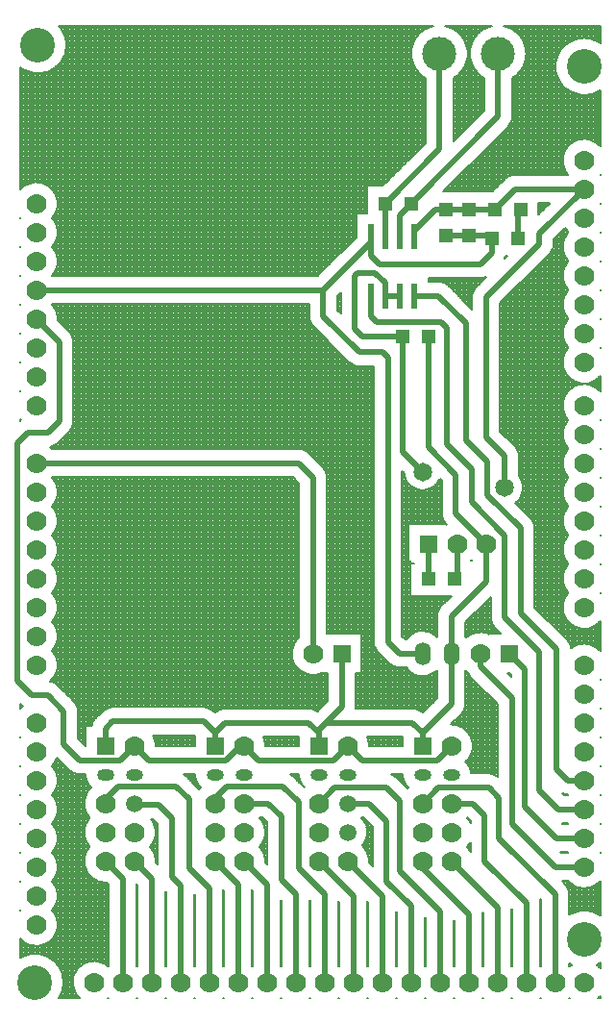
<source format=gtl>
%FSLAX44Y44*%
%MOMM*%
G71*
G01*
G75*
G04 Layer_Physical_Order=1*
G04 Layer_Color=255*
%ADD10C,0.2032*%
%ADD11R,1.1430X1.1430*%
%ADD12R,1.1430X1.1430*%
%ADD13R,0.6000X2.2000*%
%ADD14R,0.6000X2.2000*%
%ADD15C,0.5080*%
%ADD16R,1.5000X1.5000*%
%ADD17C,1.7780*%
%ADD18O,1.5240X1.0160*%
%ADD19O,1.5000X1.0160*%
%ADD20C,1.5000*%
%ADD21R,1.5000X1.5000*%
%ADD22O,1.3970X2.0320*%
%ADD23C,3.0000*%
%ADD24C,3.0480*%
%ADD25C,1.6510*%
D10*
X1431544Y1208186D02*
X1429380Y1209515D01*
X1427093Y1210619D01*
X1424707Y1211487D01*
X1422245Y1212109D01*
X1419733Y1212480D01*
X1417196Y1212596D01*
X1414661Y1212455D01*
X1412153Y1212059D01*
X1409697Y1211413D01*
X1407319Y1210522D01*
X1405043Y1209396D01*
X1402893Y1208046D01*
X1400889Y1206486D01*
X1399053Y1204731D01*
X1397404Y1202801D01*
X1395957Y1200714D01*
X1394728Y1198492D01*
X1393730Y1196157D01*
X1392972Y1193734D01*
X1392462Y1191246D01*
X1392206Y1188720D01*
Y1186180D01*
X1392462Y1183654D01*
X1392972Y1181166D01*
X1393730Y1178743D01*
X1394728Y1176408D01*
X1395957Y1174186D01*
X1397404Y1172099D01*
X1399053Y1170169D01*
X1400889Y1168415D01*
X1402893Y1166854D01*
X1405043Y1165505D01*
X1407319Y1164378D01*
X1409697Y1163487D01*
X1412153Y1162841D01*
X1414661Y1162445D01*
X1417196Y1162304D01*
X1419733Y1162420D01*
X1422245Y1162791D01*
X1424707Y1163413D01*
X1427093Y1164281D01*
X1429380Y1165385D01*
X1431544Y1166713D01*
X1431544Y1208186D02*
X1429380Y1209515D01*
X1427093Y1210619D01*
X1424707Y1211487D01*
X1422245Y1212109D01*
X1419733Y1212480D01*
X1417196Y1212596D01*
X1414661Y1212455D01*
X1412153Y1212059D01*
X1409697Y1211413D01*
X1407319Y1210522D01*
X1405043Y1209396D01*
X1402893Y1208046D01*
X1400889Y1206486D01*
X1399053Y1204731D01*
X1397404Y1202801D01*
X1395957Y1200714D01*
X1394728Y1198492D01*
X1393730Y1196157D01*
X1392972Y1193734D01*
X1392462Y1191246D01*
X1392206Y1188720D01*
Y1186180D01*
X1392462Y1183654D01*
X1392972Y1181166D01*
X1393730Y1178743D01*
X1394728Y1176408D01*
X1395957Y1174186D01*
X1397404Y1172099D01*
X1399053Y1170169D01*
X1400889Y1168415D01*
X1402893Y1166854D01*
X1405043Y1165505D01*
X1407319Y1164378D01*
X1409697Y1163487D01*
X1412153Y1162841D01*
X1414661Y1162445D01*
X1417196Y1162304D01*
X1419733Y1162420D01*
X1422245Y1162791D01*
X1424707Y1163413D01*
X1427093Y1164281D01*
X1429380Y1165385D01*
X1431544Y1166713D01*
X1431544Y1117187D02*
X1429720Y1119025D01*
X1427661Y1120595D01*
X1425406Y1121868D01*
X1422998Y1122818D01*
X1420481Y1123428D01*
X1417905Y1123687D01*
X1415317Y1123589D01*
X1412768Y1123136D01*
X1410305Y1122338D01*
X1407975Y1121208D01*
X1405822Y1119769D01*
X1403888Y1118048D01*
X1402208Y1116077D01*
X1400815Y1113894D01*
X1399736Y1111540D01*
X1398990Y1109061D01*
X1398592Y1106502D01*
X1398550Y1103913D01*
X1398864Y1101343D01*
X1399528Y1098840D01*
X1400529Y1096452D01*
X1401850Y1094225D01*
X1403464Y1092200D01*
X1400715Y1045294D02*
X1401965Y1043259D01*
X1403464Y1041400D01*
X1401882Y1039421D01*
X1400580Y1037248D01*
X1399583Y1034919D01*
X1398907Y1032477D01*
X1398567Y1029967D01*
Y1027433D01*
X1398907Y1024923D01*
X1399583Y1022481D01*
X1400580Y1020152D01*
X1401882Y1017979D01*
X1403464Y1016000D01*
X1386751Y1022439D02*
X1388298Y1024325D01*
X1389449Y1026477D01*
X1390157Y1028812D01*
X1390396Y1031240D01*
X1386739Y1022427D02*
X1388291Y1024315D01*
X1389445Y1026469D01*
X1390156Y1028808D01*
X1390396Y1031240D01*
X1403464Y990600D02*
X1401882Y988621D01*
X1400580Y986448D01*
X1399583Y984119D01*
X1398907Y981677D01*
X1398567Y979167D01*
Y976633D01*
X1398907Y974123D01*
X1399583Y971681D01*
X1400580Y969352D01*
X1401882Y967179D01*
X1403464Y965200D01*
Y939800D02*
X1401850Y937775D01*
X1400529Y935548D01*
X1399528Y933160D01*
X1398864Y930657D01*
X1398550Y928087D01*
X1398592Y925498D01*
X1398990Y922939D01*
X1399736Y920460D01*
X1400815Y918106D01*
X1402208Y915923D01*
X1403888Y913952D01*
X1405822Y912231D01*
X1407975Y910792D01*
X1410305Y909662D01*
X1412768Y908864D01*
X1415317Y908411D01*
X1417905Y908313D01*
X1420481Y908572D01*
X1422998Y909182D01*
X1425406Y910132D01*
X1427661Y911405D01*
X1429720Y912975D01*
X1431544Y914813D01*
X1403464Y1016000D02*
X1401882Y1014021D01*
X1400580Y1011848D01*
X1399583Y1009519D01*
X1398907Y1007077D01*
X1398567Y1004567D01*
Y1002033D01*
X1398907Y999523D01*
X1399583Y997081D01*
X1400580Y994752D01*
X1401882Y992579D01*
X1403464Y990600D01*
Y965200D02*
X1401882Y963221D01*
X1400580Y961048D01*
X1399583Y958719D01*
X1398907Y956277D01*
X1398567Y953767D01*
Y951233D01*
X1398907Y948723D01*
X1399583Y946281D01*
X1400580Y943952D01*
X1401882Y941779D01*
X1403464Y939800D01*
X1431544Y901287D02*
X1429720Y903125D01*
X1427661Y904695D01*
X1425406Y905968D01*
X1422998Y906918D01*
X1420481Y907528D01*
X1417905Y907787D01*
X1415317Y907689D01*
X1412768Y907236D01*
X1410305Y906438D01*
X1407975Y905308D01*
X1405822Y903869D01*
X1403888Y902148D01*
X1402208Y900177D01*
X1400815Y897994D01*
X1399736Y895640D01*
X1398990Y893161D01*
X1398592Y890602D01*
X1398550Y888013D01*
X1398864Y885443D01*
X1399528Y882940D01*
X1400529Y880552D01*
X1401850Y878325D01*
X1403464Y876300D01*
X1401882Y874321D01*
X1400580Y872148D01*
X1399583Y869819D01*
X1398907Y867377D01*
X1398567Y864867D01*
Y862333D01*
X1398907Y859823D01*
X1399583Y857381D01*
X1400580Y855052D01*
X1401882Y852879D01*
X1403464Y850900D01*
X1401882Y848921D01*
X1400580Y846748D01*
X1399583Y844419D01*
X1398907Y841977D01*
X1398567Y839467D01*
Y836933D01*
X1398907Y834423D01*
X1399583Y831981D01*
X1400580Y829652D01*
X1401882Y827479D01*
X1403464Y825500D01*
X1401882Y823521D01*
X1400580Y821348D01*
X1399583Y819019D01*
X1398907Y816577D01*
X1398567Y814067D01*
Y811533D01*
X1398907Y809023D01*
X1399583Y806581D01*
X1400580Y804252D01*
X1401882Y802079D01*
X1403464Y800100D01*
X1366407Y1198880D02*
X1366270Y1201492D01*
X1365859Y1204074D01*
X1365180Y1206600D01*
X1364240Y1209041D01*
X1363049Y1211369D01*
X1361621Y1213560D01*
X1359971Y1215589D01*
X1358117Y1217433D01*
X1356080Y1219073D01*
X1353882Y1220491D01*
X1351548Y1221670D01*
X1349102Y1222598D01*
X1346573Y1223264D01*
X1353947Y1177307D02*
X1356134Y1178726D01*
X1358162Y1180367D01*
X1360006Y1182210D01*
X1361647Y1184237D01*
X1363068Y1186423D01*
X1364252Y1188747D01*
X1365187Y1191181D01*
X1365862Y1193700D01*
X1366270Y1196276D01*
X1366407Y1198880D01*
X1350290Y1134568D02*
X1351842Y1136456D01*
X1352996Y1138610D01*
X1353707Y1140949D01*
X1353947Y1143381D01*
X1350302Y1134580D02*
X1351850Y1136466D01*
X1353000Y1138618D01*
X1353708Y1140953D01*
X1353947Y1143381D01*
X1336429Y1223264D02*
X1334007Y1222632D01*
X1331660Y1221759D01*
X1329413Y1220656D01*
X1327288Y1219333D01*
X1325307Y1217803D01*
X1323489Y1216081D01*
X1321854Y1214186D01*
X1320416Y1212137D01*
X1319192Y1209954D01*
X1318193Y1207658D01*
X1317430Y1205274D01*
X1316909Y1202826D01*
X1316638Y1200337D01*
X1316617Y1197834D01*
X1316848Y1195341D01*
X1317327Y1192885D01*
X1318051Y1190488D01*
X1319012Y1188177D01*
X1320200Y1185973D01*
X1321603Y1183900D01*
X1323208Y1181979D01*
X1324997Y1180228D01*
X1326952Y1178665D01*
X1329055Y1177307D01*
X1314845Y1198880D02*
X1314708Y1201492D01*
X1314297Y1204074D01*
X1313618Y1206600D01*
X1312678Y1209041D01*
X1311487Y1211369D01*
X1310059Y1213560D01*
X1308409Y1215589D01*
X1306555Y1217433D01*
X1304518Y1219073D01*
X1302320Y1220491D01*
X1299986Y1221670D01*
X1297540Y1222598D01*
X1295011Y1223264D01*
X1284867D02*
X1282444Y1222632D01*
X1280098Y1221759D01*
X1277851Y1220656D01*
X1275726Y1219333D01*
X1273745Y1217803D01*
X1271927Y1216081D01*
X1270292Y1214186D01*
X1268854Y1212137D01*
X1267630Y1209954D01*
X1266631Y1207658D01*
X1265868Y1205274D01*
X1265348Y1202826D01*
X1265076Y1200337D01*
X1265055Y1197834D01*
X1265286Y1195341D01*
X1265765Y1192885D01*
X1266489Y1190488D01*
X1267450Y1188177D01*
X1268638Y1185973D01*
X1270041Y1183900D01*
X1271646Y1181979D01*
X1273435Y1180228D01*
X1275390Y1178665D01*
X1277493Y1177307D01*
X1302385D02*
X1304572Y1178726D01*
X1306600Y1180367D01*
X1308444Y1182210D01*
X1310085Y1184237D01*
X1311506Y1186423D01*
X1312690Y1188747D01*
X1313625Y1191181D01*
X1314300Y1193700D01*
X1314709Y1196276D01*
X1314845Y1198880D01*
X1356360Y1091946D02*
X1353928Y1091706D01*
X1351589Y1090995D01*
X1349435Y1089841D01*
X1347547Y1088289D01*
X1356360Y1091946D02*
X1353932Y1091707D01*
X1351597Y1090999D01*
X1349445Y1089848D01*
X1347559Y1088301D01*
X1347181Y1018073D02*
X1348138Y1020699D01*
X1347181Y1018073D02*
X1348138Y1020699D01*
X1325880Y1001014D02*
X1328729Y1001345D01*
X1331427Y1002319D01*
X1325880Y1001014D02*
X1328729Y1001345D01*
X1331427Y1002319D01*
X1363726Y816610D02*
X1363479Y819435D01*
X1362744Y822175D01*
X1361544Y824745D01*
X1359916Y827067D01*
Y844550D02*
X1359676Y846982D01*
X1358965Y849321D01*
X1357811Y851475D01*
X1356259Y853363D01*
X1359916Y844550D02*
X1359677Y846978D01*
X1358969Y849313D01*
X1357818Y851465D01*
X1356271Y853351D01*
X1356796Y803295D02*
X1358798Y804951D01*
X1360510Y806904D01*
X1361890Y809105D01*
X1362901Y811497D01*
X1363519Y814021D01*
X1363726Y816610D01*
X1322159Y993051D02*
X1320612Y991165D01*
X1319461Y989013D01*
X1318753Y986678D01*
X1318514Y984250D01*
X1322171Y993063D02*
X1320619Y991175D01*
X1319465Y989021D01*
X1318754Y986682D01*
X1318514Y984250D01*
X1297851Y994321D02*
X1295965Y995869D01*
X1293813Y997019D01*
X1291478Y997727D01*
X1289050Y997966D01*
X1297863Y994309D02*
X1295975Y995861D01*
X1293821Y997015D01*
X1291482Y997726D01*
X1289050Y997966D01*
X1258885Y829174D02*
X1259305Y826653D01*
X1260116Y824230D01*
X1261296Y821963D01*
X1262816Y819910D01*
X1264640Y818120D01*
X1266722Y816637D01*
X1269010Y815500D01*
X1271448Y814735D01*
X1273976Y814361D01*
X1276531Y814389D01*
X1279051Y814816D01*
X1281472Y815633D01*
X1283735Y816820D01*
X1285784Y818346D01*
X1287569Y820175D01*
X1289046Y822260D01*
X1290177Y824552D01*
X1210387Y927201D02*
X1212275Y925649D01*
X1214429Y924495D01*
X1216768Y923784D01*
X1219200Y923544D01*
X1210399Y927189D02*
X1212285Y925641D01*
X1214437Y924491D01*
X1216772Y923783D01*
X1219200Y923544D01*
X1403464Y800100D02*
X1401882Y798121D01*
X1400580Y795948D01*
X1399583Y793619D01*
X1398907Y791177D01*
X1398567Y788667D01*
Y786133D01*
X1398907Y783623D01*
X1399583Y781181D01*
X1400580Y778852D01*
X1401882Y776679D01*
X1403464Y774700D01*
X1401882Y772721D01*
X1400580Y770548D01*
X1399583Y768219D01*
X1398907Y765777D01*
X1398567Y763267D01*
Y760733D01*
X1398907Y758223D01*
X1399583Y755781D01*
X1400580Y753452D01*
X1401882Y751279D01*
X1403464Y749300D01*
X1401882Y747321D01*
X1400580Y745148D01*
X1399583Y742819D01*
X1398907Y740377D01*
X1398567Y737867D01*
Y735333D01*
X1398907Y732823D01*
X1399583Y730381D01*
X1400580Y728052D01*
X1401882Y725879D01*
X1403464Y723900D01*
X1401850Y721875D01*
X1400529Y719648D01*
X1399528Y717260D01*
X1398864Y714757D01*
X1398550Y712187D01*
X1398592Y709598D01*
X1398990Y707039D01*
X1399736Y704560D01*
X1400815Y702206D01*
X1402208Y700023D01*
X1403888Y698052D01*
X1405822Y696331D01*
X1407975Y694892D01*
X1410305Y693762D01*
X1412768Y692964D01*
X1415317Y692511D01*
X1417905Y692413D01*
X1420481Y692672D01*
X1422998Y693282D01*
X1425406Y694232D01*
X1427661Y695505D01*
X1429720Y697075D01*
X1431544Y698913D01*
Y672687D02*
X1429702Y674541D01*
X1427621Y676122D01*
X1425341Y677399D01*
X1422906Y678347D01*
X1420363Y678948D01*
X1417761Y679191D01*
X1415150Y679070D01*
X1412582Y678589D01*
X1410105Y677756D01*
X1407767Y676587D01*
X1405614Y675106D01*
Y675106D02*
X1405277Y677337D01*
X1404543Y679471D01*
X1403435Y681437D01*
X1401991Y683171D01*
X1405614Y675106D02*
X1405276Y677341D01*
X1404539Y679479D01*
X1403428Y681447D01*
X1401979Y683183D01*
X1373886Y781050D02*
X1373647Y783478D01*
X1372939Y785813D01*
X1371788Y787965D01*
X1370241Y789851D01*
X1373886Y781050D02*
X1373646Y783482D01*
X1372935Y785821D01*
X1371781Y787975D01*
X1370229Y789863D01*
X1335024Y702310D02*
X1335264Y699878D01*
X1335975Y697539D01*
X1337129Y695385D01*
X1338681Y693497D01*
X1335024Y702310D02*
X1335263Y699882D01*
X1335971Y697547D01*
X1337121Y695395D01*
X1338669Y693509D01*
X1333874Y687571D02*
X1331610Y688461D01*
X1329251Y689051D01*
X1326835Y689332D01*
X1324403Y689298D01*
X1321996Y688950D01*
X1319654Y688295D01*
X1317416Y687342D01*
X1315320Y686109D01*
X1313400Y684615D01*
X1403235Y470154D02*
X1404984Y468419D01*
X1406945Y466927D01*
X1409085Y465704D01*
X1411366Y464772D01*
X1413749Y464146D01*
X1416193Y463838D01*
X1418657Y463852D01*
X1421098Y464188D01*
X1423474Y464840D01*
X1425745Y465798D01*
X1427870Y467044D01*
X1429814Y468558D01*
X1431544Y470313D01*
X1397803Y547659D02*
X1400444Y546698D01*
X1403235Y546354D01*
X1397803Y547659D02*
X1400444Y546698D01*
X1403235Y546354D01*
X1404366Y458470D02*
X1404126Y460902D01*
X1403415Y463241D01*
X1402261Y465395D01*
X1400709Y467283D01*
X1404366Y458470D02*
X1404127Y460898D01*
X1403419Y463233D01*
X1402269Y465385D01*
X1400721Y467271D01*
X1428113Y396388D02*
X1429868Y397308D01*
X1431544Y398364D01*
Y439836D02*
X1429318Y441199D01*
X1426962Y442324D01*
X1424502Y443198D01*
X1421965Y443813D01*
X1419378Y444162D01*
X1416769Y444240D01*
X1414166Y444047D01*
X1411597Y443586D01*
X1409089Y442861D01*
X1406670Y441879D01*
X1404366Y440653D01*
X1431544Y439836D02*
X1429318Y441199D01*
X1426962Y442324D01*
X1424502Y443198D01*
X1421965Y443813D01*
X1419378Y444162D01*
X1416769Y444240D01*
X1414166Y444047D01*
X1411597Y443586D01*
X1409089Y442861D01*
X1406670Y441879D01*
X1404366Y440653D01*
X1431544Y393287D02*
X1429924Y394943D01*
X1428113Y396388D01*
X1429868Y397308D01*
X1431544Y398364D01*
X1429607Y366776D02*
X1431544Y368713D01*
X1404366Y397547D02*
X1406527Y396388D01*
X1404366Y397547D02*
X1406527Y396388D01*
X1404620Y394856D01*
X1319276Y589280D02*
X1319110Y591769D01*
X1318616Y594215D01*
X1317803Y596574D01*
X1316684Y598804D01*
X1315280Y600867D01*
X1313615Y602725D01*
X1311719Y604346D01*
X1309624Y605702D01*
X1307368Y606768D01*
X1304991Y607527D01*
X1302535Y607963D01*
X1300042Y608071D01*
X1312826Y575107D02*
X1314712Y577002D01*
X1316310Y579146D01*
X1317588Y581494D01*
X1318519Y584000D01*
X1319086Y586613D01*
X1319276Y589280D01*
X1341374Y562089D02*
X1338988Y563621D01*
X1336317Y564573D01*
X1333500Y564896D01*
X1378966Y450850D02*
X1378474Y454315D01*
X1378966Y450850D02*
X1378474Y454315D01*
X1341374Y562089D02*
X1338988Y563621D01*
X1336317Y564573D01*
X1333500Y564896D01*
X1317852D02*
X1317513Y567204D01*
X1316820Y569431D01*
X1315790Y571524D01*
X1314448Y573431D01*
X1312826Y575107D01*
X1314336Y500380D02*
X1315934Y502380D01*
X1317244Y504580D01*
Y521581D02*
X1315934Y523779D01*
X1314336Y525780D01*
X1328166Y440690D02*
X1328029Y442529D01*
X1328166Y440690D02*
X1328029Y442529D01*
X1317244Y496180D02*
X1315934Y498380D01*
X1314336Y500380D01*
X1291844Y793750D02*
X1292083Y791322D01*
X1292791Y788987D01*
X1293941Y786835D01*
X1295489Y784949D01*
X1291844Y793750D02*
X1292084Y791318D01*
X1292795Y788979D01*
X1293949Y786825D01*
X1295501Y784937D01*
X1291691Y712393D02*
X1290139Y710505D01*
X1288985Y708351D01*
X1288274Y706012D01*
X1288034Y703580D01*
X1291679Y712381D02*
X1290132Y710495D01*
X1288981Y708343D01*
X1288273Y706008D01*
X1288034Y703580D01*
X1287780Y684871D02*
X1285929Y686681D01*
X1283824Y688187D01*
X1281513Y689353D01*
X1279052Y690153D01*
X1276496Y690566D01*
X1273908Y690585D01*
X1271347Y690208D01*
X1268874Y689445D01*
X1266547Y688312D01*
X1264420Y686837D01*
X1262543Y685054D01*
X1260961Y683006D01*
X1232154Y680720D02*
X1232394Y678288D01*
X1233105Y675949D01*
X1234259Y673795D01*
X1235811Y671907D01*
X1245947Y661771D02*
X1247835Y660219D01*
X1249989Y659065D01*
X1252328Y658354D01*
X1254760Y658114D01*
X1245959Y661759D02*
X1247845Y660211D01*
X1249997Y659061D01*
X1252332Y658353D01*
X1254760Y658114D01*
X1232154Y680720D02*
X1232393Y678292D01*
X1233101Y675957D01*
X1234251Y673805D01*
X1235799Y671919D01*
X1313792Y656167D02*
X1314526Y654032D01*
X1315634Y652064D01*
X1317079Y650329D01*
X1313792Y656167D02*
X1314529Y654026D01*
X1315641Y652055D01*
X1317091Y650317D01*
X1260961Y658114D02*
X1262543Y656066D01*
X1264420Y654283D01*
X1266547Y652808D01*
X1268874Y651675D01*
X1271347Y650912D01*
X1273908Y650535D01*
X1276496Y650554D01*
X1279051Y650967D01*
X1281513Y651767D01*
X1283824Y652933D01*
X1285929Y654439D01*
X1287780Y656249D01*
X1309281Y617309D02*
X1310829Y619195D01*
X1311979Y621347D01*
X1312687Y623682D01*
X1312926Y626110D01*
X1309269Y617297D02*
X1310821Y619185D01*
X1311975Y621339D01*
X1312686Y623678D01*
X1312926Y626110D01*
X1275003Y618389D02*
X1273115Y619941D01*
X1270961Y621095D01*
X1268622Y621806D01*
X1266190Y622046D01*
X1274991Y618401D02*
X1273105Y619949D01*
X1270953Y621099D01*
X1268618Y621807D01*
X1266190Y622046D01*
X1257676Y564134D02*
X1257856Y561554D01*
X1258476Y559044D01*
X1259518Y556678D01*
X1260952Y554526D01*
X1262734Y552653D01*
Y552653D02*
X1261700Y551681D01*
X1252131Y561251D02*
X1250031Y562938D01*
X1247618Y564134D01*
X1216312Y622046D02*
X1216406Y623570D01*
X1216312Y622046D02*
X1216406Y623570D01*
X1227836Y589280D02*
X1227641Y591979D01*
X1227061Y594622D01*
X1226107Y597154D01*
X1252143Y561239D02*
X1250038Y562933D01*
X1247618Y564134D01*
X1226446Y513080D02*
X1226285Y515445D01*
X1225803Y517766D01*
X1225011Y520000D01*
X1223923Y522106D01*
X1222558Y524045D01*
X1220943Y525780D01*
X1227800Y486521D02*
X1227836Y487680D01*
X1221919Y501371D02*
X1223500Y503391D01*
X1224768Y505623D01*
X1225693Y508017D01*
X1226257Y510521D01*
X1226446Y513080D01*
X1227836Y487680D02*
X1227663Y490228D01*
X1227145Y492729D01*
X1226293Y495137D01*
X1225123Y497408D01*
X1223656Y499498D01*
X1221919Y501371D01*
X1175004Y967740D02*
X1175243Y965312D01*
X1175951Y962977D01*
X1177102Y960825D01*
X1178649Y958939D01*
X1175004Y967740D02*
X1175244Y965308D01*
X1175955Y962969D01*
X1177109Y960815D01*
X1178661Y958927D01*
X1174673Y846989D02*
X1172785Y848541D01*
X1170631Y849695D01*
X1168292Y850406D01*
X1165860Y850646D01*
X1174661Y847001D02*
X1172775Y848549D01*
X1170623Y849699D01*
X1168288Y850407D01*
X1165860Y850646D01*
X1191006Y825500D02*
X1190767Y827928D01*
X1190059Y830263D01*
X1188908Y832415D01*
X1187361Y834301D01*
X1191006Y825500D02*
X1190766Y827932D01*
X1190055Y830271D01*
X1188901Y832425D01*
X1187349Y834313D01*
X961136Y1206500D02*
X961000Y1209117D01*
X960591Y1211705D01*
X959916Y1214237D01*
X958981Y1216684D01*
X957797Y1219022D01*
X956375Y1221223D01*
X954733Y1223264D01*
X961136Y1206500D02*
X961000Y1209117D01*
X960591Y1211705D01*
X959916Y1214237D01*
X958981Y1216684D01*
X957797Y1219022D01*
X956375Y1221223D01*
X954733Y1223264D01*
X920496Y1186694D02*
X922584Y1185226D01*
X924810Y1183976D01*
X927152Y1182958D01*
X929585Y1182183D01*
X932084Y1181659D01*
X934622Y1181391D01*
X937176Y1181382D01*
X939716Y1181632D01*
X942219Y1182138D01*
X944657Y1182895D01*
X947006Y1183895D01*
X949241Y1185129D01*
X951340Y1186583D01*
X953281Y1188242D01*
X955043Y1190089D01*
X956609Y1192106D01*
X957962Y1194271D01*
X959089Y1196562D01*
X959977Y1198955D01*
X960619Y1201427D01*
X961006Y1203950D01*
X961136Y1206500D01*
X920496Y1186694D02*
X922584Y1185226D01*
X924810Y1183976D01*
X927152Y1182958D01*
X929585Y1182183D01*
X932084Y1181659D01*
X934622Y1181391D01*
X937176Y1181382D01*
X939716Y1181632D01*
X942219Y1182138D01*
X944657Y1182895D01*
X947006Y1183895D01*
X949241Y1185129D01*
X951340Y1186583D01*
X953281Y1188242D01*
X955043Y1190089D01*
X956609Y1192106D01*
X957962Y1194271D01*
X959089Y1196562D01*
X959977Y1198955D01*
X960619Y1201427D01*
X961006Y1203950D01*
X961136Y1206500D01*
X953516Y1066800D02*
X953345Y1069329D01*
X952835Y1071812D01*
X951997Y1074203D01*
X950843Y1076461D01*
X949397Y1078542D01*
X947684Y1080410D01*
X945735Y1082030D01*
X943586Y1083374D01*
X941275Y1084416D01*
X938845Y1085138D01*
X936341Y1085526D01*
X933806Y1085574D01*
X931289Y1085280D01*
X928834Y1084650D01*
X926486Y1083696D01*
X924287Y1082435D01*
X922278Y1080889D01*
X920496Y1079087D01*
X948576Y1054100D02*
X950302Y1056288D01*
X951684Y1058707D01*
X952694Y1061304D01*
X953309Y1064021D01*
X953516Y1066800D01*
X948576Y1028700D02*
X950302Y1030888D01*
X951684Y1033307D01*
X952694Y1035904D01*
X953309Y1038621D01*
X953516Y1041400D01*
X953309Y1044179D01*
X952694Y1046896D01*
X951684Y1049493D01*
X950302Y1051912D01*
X948576Y1054100D01*
X953516Y1016000D02*
X953309Y1018779D01*
X952694Y1021496D01*
X951684Y1024093D01*
X950302Y1026512D01*
X948576Y1028700D01*
Y1003300D02*
X950302Y1005488D01*
X951684Y1007907D01*
X952694Y1010504D01*
X953309Y1013221D01*
X953516Y1016000D01*
X967486Y944880D02*
X967246Y947312D01*
X966535Y949651D01*
X965381Y951805D01*
X963829Y953693D01*
X963841Y866229D02*
X965388Y868115D01*
X966539Y870267D01*
X967247Y872602D01*
X967486Y875030D01*
Y944880D02*
X967247Y947308D01*
X966539Y949643D01*
X965388Y951795D01*
X963841Y953681D01*
X963829Y866217D02*
X965381Y868105D01*
X966535Y870259D01*
X967246Y872598D01*
X967486Y875030D01*
X953516Y965200D02*
X953309Y967979D01*
X952694Y970696D01*
X951684Y973293D01*
X950302Y975712D01*
X948576Y977900D01*
X953480Y964041D02*
X953516Y965200D01*
X920496Y876713D02*
X921273Y875868D01*
X946827Y852577D02*
X949346Y853253D01*
X951668Y854438D01*
X953693Y856081D01*
X921273Y875867D02*
X920496Y875419D01*
X921273Y875867D02*
X920496Y875419D01*
X946827Y852577D02*
X949340Y853251D01*
X951659Y854432D01*
X953681Y856069D01*
X948805Y850646D02*
X946827Y852577D01*
X953516Y812800D02*
X953309Y815579D01*
X952694Y818296D01*
X951684Y820893D01*
X950302Y823312D01*
X948576Y825500D01*
Y800100D02*
X950302Y802288D01*
X951684Y804707D01*
X952694Y807304D01*
X953309Y810021D01*
X953516Y812800D01*
Y787400D02*
X953309Y790179D01*
X952694Y792896D01*
X951684Y795493D01*
X950302Y797912D01*
X948576Y800100D01*
Y774700D02*
X950302Y776888D01*
X951684Y779307D01*
X952694Y781904D01*
X953309Y784621D01*
X953516Y787400D01*
Y762000D02*
X953309Y764779D01*
X952694Y767496D01*
X951684Y770093D01*
X950302Y772512D01*
X948576Y774700D01*
Y749300D02*
X950302Y751488D01*
X951684Y753907D01*
X952694Y756504D01*
X953309Y759221D01*
X953516Y762000D01*
X948576Y723900D02*
X950302Y726088D01*
X951684Y728507D01*
X952694Y731104D01*
X953309Y733821D01*
X953516Y736600D01*
X953309Y739379D01*
X952694Y742096D01*
X951684Y744693D01*
X950302Y747112D01*
X948576Y749300D01*
X1166114Y684645D02*
X1164319Y682827D01*
X1162786Y680782D01*
X1161546Y678548D01*
X1160620Y676166D01*
X1160025Y673681D01*
X1159773Y671138D01*
X1159868Y668584D01*
X1160309Y666067D01*
X1161087Y663633D01*
X1162188Y661327D01*
X1163591Y659192D01*
X1165272Y657267D01*
X1167197Y655587D01*
X1169333Y654184D01*
X1171640Y653084D01*
X1174074Y652307D01*
X1176591Y651867D01*
X1179145Y651773D01*
X1181688Y652026D01*
X1184173Y652622D01*
X1186554Y653549D01*
X1182290Y619502D02*
X1179982Y620893D01*
X1177429Y621754D01*
X1174750Y622046D01*
X1182290Y619502D02*
X1179982Y620893D01*
X1177429Y621754D01*
X1174750Y622046D01*
X1090853Y619659D02*
X1088965Y621211D01*
X1086811Y622365D01*
X1084472Y623076D01*
X1082040Y623316D01*
X1090841Y619671D02*
X1088955Y621218D01*
X1086803Y622369D01*
X1084468Y623077D01*
X1082040Y623316D01*
X1101090Y622046D02*
X1098658Y621806D01*
X1096319Y621095D01*
X1094165Y619941D01*
X1092277Y618389D01*
X1101090Y622046D02*
X1098662Y621807D01*
X1096327Y621099D01*
X1094175Y619949D01*
X1092289Y618401D01*
X1166236Y564134D02*
X1166415Y561554D01*
X1167036Y559044D01*
X1168078Y556678D01*
X1169512Y554526D01*
X1171294Y552653D01*
X1160703Y562509D02*
X1158706Y564134D01*
X1160691Y562521D02*
X1158706Y564134D01*
X1136396Y589280D02*
X1136201Y591979D01*
X1135621Y594622D01*
X1134667Y597154D01*
X1136396Y513080D02*
X1136189Y515859D01*
X1135574Y518576D01*
X1134564Y521173D01*
X1133182Y523592D01*
X1131456Y525780D01*
Y500380D02*
X1133182Y502568D01*
X1134564Y504987D01*
X1135574Y507584D01*
X1136189Y510301D01*
X1136396Y513080D01*
X1136360Y486521D02*
X1136396Y487680D01*
X1136189Y490459D01*
X1135574Y493176D01*
X1134564Y495773D01*
X1133182Y498192D01*
X1131456Y500380D01*
X1066723Y562509D02*
X1064539Y564254D01*
X1066711Y562521D02*
X1064539Y564254D01*
X1074799D02*
X1074961Y561649D01*
X1075573Y559113D01*
X1076615Y556720D01*
X1078057Y554545D01*
X1079854Y552653D01*
Y552653D02*
X1078204Y551026D01*
X1039876Y513080D02*
X1039707Y515594D01*
X1039203Y518063D01*
X1038374Y520443D01*
X1037234Y522690D01*
X1035803Y524764D01*
X1002030Y623316D02*
X999598Y623076D01*
X997259Y622365D01*
X995105Y621211D01*
X993217Y619659D01*
X1002030Y623316D02*
X999602Y623077D01*
X997267Y622369D01*
X995115Y621218D01*
X993229Y619671D01*
X971296Y619760D02*
X971056Y622192D01*
X970345Y624531D01*
X969191Y626685D01*
X967639Y628573D01*
X971296Y619760D02*
X971057Y622188D01*
X970349Y624523D01*
X969199Y626675D01*
X967651Y628561D01*
X986879Y613321D02*
X985282Y611361D01*
X984115Y609118D01*
X983424Y606686D01*
X1039876Y589280D02*
X1039725Y591661D01*
X1039273Y594004D01*
X1038528Y596270D01*
X1037502Y598424D01*
X986891Y613333D02*
X985289Y611370D01*
X984117Y609123D01*
X983424Y606686D01*
X978156Y564134D02*
X978338Y561539D01*
X978966Y559014D01*
X980021Y556636D01*
X981472Y554476D01*
X983274Y552600D01*
Y552600D02*
X981515Y550835D01*
X980006Y548853D01*
X978771Y546689D01*
X977834Y544380D01*
X977210Y541968D01*
X976911Y539495D01*
X976942Y537004D01*
X977302Y534538D01*
X977985Y532142D01*
X978979Y529857D01*
X980266Y527724D01*
X981824Y525780D01*
X981824D02*
X980242Y523801D01*
X978940Y521628D01*
X977943Y519299D01*
X977267Y516857D01*
X976927Y514347D01*
Y511813D01*
X977267Y509303D01*
X977943Y506861D01*
X978940Y504532D01*
X980242Y502359D01*
X981824Y500380D01*
X948576Y698500D02*
X950302Y700688D01*
X951684Y703107D01*
X952694Y705704D01*
X953309Y708421D01*
X953516Y711200D01*
Y685800D02*
X953309Y688579D01*
X952694Y691296D01*
X951684Y693893D01*
X950302Y696312D01*
X948576Y698500D01*
X953516Y711200D02*
X953309Y713979D01*
X952694Y716696D01*
X951684Y719293D01*
X950302Y721712D01*
X948576Y723900D01*
Y673100D02*
X950302Y675288D01*
X951684Y677707D01*
X952694Y680304D01*
X953309Y683021D01*
X953516Y685800D01*
X946827Y646023D02*
X948779Y647925D01*
X950436Y650090D01*
X951762Y652471D01*
X952729Y655020D01*
X953318Y657681D01*
X953516Y660400D01*
X953681Y642531D02*
X951659Y644168D01*
X949340Y645349D01*
X946827Y646023D01*
X953516Y660400D02*
X953309Y663179D01*
X952694Y665896D01*
X951684Y668493D01*
X950302Y670912D01*
X948576Y673100D01*
X953693Y642519D02*
X951668Y644162D01*
X949346Y645347D01*
X946827Y646023D01*
X922097Y624941D02*
X922894Y624209D01*
X922109Y624929D02*
X922894Y624209D01*
X948576Y571500D02*
X950361Y573777D01*
X951776Y576301D01*
X952786Y579013D01*
X922894Y624209D02*
X920496Y621887D01*
X964007Y567791D02*
X965895Y566239D01*
X968049Y565085D01*
X970388Y564374D01*
X972820Y564134D01*
X964019Y567779D02*
X965905Y566231D01*
X968057Y565081D01*
X970392Y564373D01*
X972820Y564134D01*
X953516Y558800D02*
X953309Y561579D01*
X952694Y564296D01*
X951684Y566893D01*
X950302Y569312D01*
X948576Y571500D01*
Y546100D02*
X950302Y548288D01*
X951684Y550707D01*
X952694Y553304D01*
X953309Y556021D01*
X953516Y558800D01*
X948576Y520700D02*
X950302Y522888D01*
X951684Y525307D01*
X952694Y527904D01*
X953309Y530621D01*
X953516Y533400D01*
X953309Y536179D01*
X952694Y538896D01*
X951684Y541493D01*
X950302Y543912D01*
X948576Y546100D01*
X1034936Y500380D02*
X1036662Y502568D01*
X1038044Y504987D01*
X1039054Y507584D01*
X1039669Y510301D01*
X1039876Y513080D01*
X1039840Y486521D02*
X1039876Y487680D01*
X1039669Y490459D01*
X1039054Y493176D01*
X1038044Y495773D01*
X1036662Y498192D01*
X1034936Y500380D01*
X981824D02*
X980274Y498447D01*
X978991Y496327D01*
X977999Y494057D01*
X977314Y491676D01*
X976948Y489226D01*
X976907Y486749D01*
X977193Y484287D01*
X977800Y481885D01*
X978717Y479584D01*
X979929Y477423D01*
X981415Y475441D01*
X983149Y473671D01*
X985100Y472144D01*
X987236Y470888D01*
X989518Y469923D01*
X991907Y469267D01*
X994361Y468930D01*
X996839Y468920D01*
X998220Y394856D02*
X996195Y396470D01*
X993968Y397791D01*
X991580Y398792D01*
X989077Y399456D01*
X986507Y399770D01*
X983918Y399728D01*
X981359Y399330D01*
X978880Y398584D01*
X976526Y397505D01*
X974343Y396112D01*
X972372Y394432D01*
X970651Y392498D01*
X969212Y390345D01*
X968082Y388015D01*
X967284Y385552D01*
X966831Y383003D01*
X966733Y380415D01*
X966992Y377839D01*
X967602Y375322D01*
X968552Y372914D01*
X969825Y370658D01*
X971395Y368600D01*
X973233Y366776D01*
X954186D02*
X955505Y368922D01*
X956603Y371189D01*
X957468Y373554D01*
X958093Y375994D01*
X958470Y378484D01*
X958596Y381000D01*
X954186Y366776D02*
X955505Y368922D01*
X956603Y371189D01*
X957468Y373554D01*
X958093Y375994D01*
X958470Y378484D01*
X958596Y381000D01*
X953516Y508000D02*
X953309Y510779D01*
X952694Y513496D01*
X951684Y516093D01*
X950302Y518512D01*
X948576Y520700D01*
Y495300D02*
X950302Y497488D01*
X951684Y499907D01*
X952694Y502504D01*
X953309Y505221D01*
X953516Y508000D01*
Y482600D02*
X953309Y485379D01*
X952694Y488096D01*
X951684Y490693D01*
X950302Y493112D01*
X948576Y495300D01*
Y469900D02*
X950302Y472088D01*
X951684Y474507D01*
X952694Y477104D01*
X953309Y479821D01*
X953516Y482600D01*
Y457200D02*
X953309Y459979D01*
X952694Y462696D01*
X951684Y465293D01*
X950302Y467712D01*
X948576Y469900D01*
Y444500D02*
X950302Y446688D01*
X951684Y449107D01*
X952694Y451704D01*
X953309Y454421D01*
X953516Y457200D01*
Y431800D02*
X953309Y434579D01*
X952694Y437296D01*
X951684Y439893D01*
X950302Y442312D01*
X948576Y444500D01*
X920496Y419513D02*
X922278Y417711D01*
X924287Y416165D01*
X926486Y414904D01*
X928834Y413950D01*
X931289Y413320D01*
X933806Y413026D01*
X936341Y413074D01*
X938845Y413462D01*
X941275Y414184D01*
X943586Y415226D01*
X945735Y416570D01*
X947684Y418190D01*
X949397Y420058D01*
X950843Y422139D01*
X951997Y424397D01*
X952835Y426788D01*
X953345Y429271D01*
X953516Y431800D01*
X958596Y381000D02*
X958469Y383525D01*
X958089Y386024D01*
X957460Y388472D01*
X956589Y390845D01*
X955483Y393119D01*
X954155Y395270D01*
X952618Y397276D01*
X950887Y399118D01*
X948980Y400778D01*
X946916Y402237D01*
X944715Y403481D01*
X942401Y404499D01*
X939997Y405279D01*
X937526Y405813D01*
X935014Y406097D01*
X932486Y406128D01*
X929968Y405904D01*
X927486Y405428D01*
X925063Y404706D01*
X922725Y403744D01*
X920496Y402553D01*
X958596Y381000D02*
X958469Y383525D01*
X958089Y386024D01*
X957460Y388472D01*
X956589Y390845D01*
X955483Y393119D01*
X954155Y395270D01*
X952618Y397276D01*
X950887Y399118D01*
X948980Y400778D01*
X946916Y402237D01*
X944715Y403481D01*
X942401Y404499D01*
X939997Y405279D01*
X937526Y405813D01*
X935014Y406097D01*
X932486Y406128D01*
X929968Y405904D01*
X927486Y405428D01*
X925063Y404706D01*
X922725Y403744D01*
X920496Y402553D01*
X1428496Y1209976D02*
Y1223264D01*
X1425941Y1211072D02*
X1431544D01*
X1426464Y1210874D02*
Y1223264D01*
X1431544Y1208186D02*
Y1223264D01*
X1430212Y1209040D02*
X1431544D01*
X1430528Y1208848D02*
Y1223264D01*
X1422400Y1212077D02*
Y1223264D01*
X1424432Y1211569D02*
Y1223264D01*
X1420368Y1212411D02*
Y1223264D01*
X1427223Y1164336D02*
X1431544D01*
X1425820Y1121664D02*
X1431544D01*
X1426464Y1121322D02*
Y1164025D01*
X1428993Y1119632D02*
X1431544D01*
X1428496Y1120013D02*
Y1164924D01*
X1417320Y1162304D02*
X1431544D01*
X1417320Y1123696D02*
X1431544D01*
X1420368Y1123447D02*
Y1162489D01*
X1424432Y1122299D02*
Y1163331D01*
X1422400Y1122997D02*
Y1162822D01*
X1416304Y1212576D02*
Y1223264D01*
X1418336Y1212576D02*
Y1223264D01*
X1414272Y1212411D02*
Y1223264D01*
X1410208Y1211569D02*
Y1223264D01*
X1412240Y1212077D02*
Y1223264D01*
X1408176Y1210874D02*
Y1223264D01*
X1400048Y1205726D02*
Y1223264D01*
X1406144Y1209976D02*
Y1223264D01*
X1398016Y1203565D02*
Y1223264D01*
X1395984Y1200758D02*
Y1223264D01*
X1393952Y1196738D02*
Y1223264D01*
X1416304Y1123669D02*
Y1162325D01*
X1418336Y1123669D02*
Y1162325D01*
X1414272Y1123447D02*
Y1162489D01*
X1412240Y1122997D02*
Y1162822D01*
X1410208Y1122299D02*
Y1163331D01*
X1404112Y1208848D02*
Y1223264D01*
X1408176Y1121322D02*
Y1164025D01*
X1402080Y1207452D02*
Y1223264D01*
X1406144Y1120013D02*
Y1164924D01*
X1404112Y1118273D02*
Y1166052D01*
X1431544Y1117187D02*
Y1166714D01*
X1430528Y1118273D02*
Y1166052D01*
X1402080Y1115901D02*
Y1167448D01*
X1431544Y1091787D02*
Y1092613D01*
Y1066387D02*
Y1067213D01*
X1402080Y1091946D02*
Y1093898D01*
X1400048Y1091946D02*
Y1097486D01*
X1390396Y1034975D02*
X1400715Y1045294D01*
X1400048Y1036114D02*
Y1044627D01*
X1402080Y1039702D02*
Y1043099D01*
X1431544Y1040987D02*
Y1041813D01*
X1399869Y1044448D02*
X1401192D01*
X1400048Y1010714D02*
Y1021286D01*
X1397837Y1042416D02*
X1402597D01*
X1395805Y1040384D02*
X1402597D01*
X1393773Y1038352D02*
X1401192D01*
X1384375Y1020064D02*
X1400625D01*
X1391741Y1036320D02*
X1400138D01*
X1398016Y1091946D02*
Y1171336D01*
X1400048Y1112314D02*
Y1169174D01*
X1395984Y1091946D02*
Y1174142D01*
X1393952Y1091946D02*
Y1178163D01*
X1391920Y1091946D02*
Y1223264D01*
X1387856Y1091946D02*
Y1223264D01*
X1389888Y1091946D02*
Y1223264D01*
X1385824Y1091946D02*
Y1223264D01*
Y1065605D02*
Y1067054D01*
X1383792Y1063573D02*
Y1067054D01*
X1390396Y1034288D02*
X1399374D01*
X1390396Y1032256D02*
X1398863D01*
X1390396Y1031240D02*
Y1034975D01*
X1390354Y1030224D02*
X1398586D01*
X1390017Y1028192D02*
X1398531D01*
X1389312Y1026160D02*
X1398696D01*
X1388164Y1024128D02*
X1399088D01*
X1386407Y1022096D02*
X1399722D01*
X1358408Y1217168D02*
X1431544D01*
X1360370Y1215136D02*
X1431544D01*
X1355903Y1219200D02*
X1431544D01*
X1361946Y1213104D02*
X1431544D01*
X1363219Y1211072D02*
X1408699D01*
X1364241Y1209040D02*
X1404428D01*
X1346573Y1223264D02*
X1431544D01*
X1352487Y1221232D02*
X1431544D01*
X1346573Y1223264D02*
X1431544D01*
X1353947Y1164336D02*
X1407417D01*
X1353947Y1166368D02*
X1403613D01*
X1353947Y1150112D02*
X1431544D01*
X1353947Y1148080D02*
X1431544D01*
X1353947Y1152144D02*
X1431544D01*
X1353947Y1144016D02*
X1431544D01*
X1353947Y1146048D02*
X1431544D01*
X1353947Y1160272D02*
X1431544D01*
X1353947Y1158240D02*
X1431544D01*
X1353947Y1162304D02*
X1417320D01*
X1353947Y1154176D02*
X1431544D01*
X1353947Y1156208D02*
X1431544D01*
X1366073Y1202944D02*
X1397514D01*
X1366324Y1200912D02*
X1396081D01*
X1366407Y1198880D02*
X1394922D01*
X1366324Y1196848D02*
X1393996D01*
X1366073Y1194816D02*
X1393277D01*
X1365043Y1207008D02*
X1401515D01*
X1365649Y1204976D02*
X1399288D01*
X1365649Y1192784D02*
X1392746D01*
X1365043Y1190752D02*
X1392392D01*
X1364241Y1188720D02*
X1392206D01*
X1361946Y1184656D02*
X1392330D01*
X1360370Y1182624D02*
X1392641D01*
X1363219Y1186688D02*
X1392186D01*
X1355903Y1178560D02*
X1393798D01*
X1358408Y1180592D02*
X1393127D01*
X1353947Y1174496D02*
X1395767D01*
X1353947Y1172464D02*
X1397127D01*
X1353947Y1176528D02*
X1394670D01*
X1353947Y1168400D02*
X1400906D01*
X1353947Y1170432D02*
X1398808D01*
X1353465Y1139952D02*
X1431544D01*
X1352685Y1137920D02*
X1431544D01*
X1353868Y1141984D02*
X1431544D01*
X1349577Y1133856D02*
X1431544D01*
X1347545Y1131824D02*
X1431544D01*
X1351439Y1135888D02*
X1431544D01*
X1343481Y1127760D02*
X1431544D01*
X1341449Y1125728D02*
X1431544D01*
X1345513Y1129792D02*
X1431544D01*
X1339417Y1123696D02*
X1417320D01*
X1337385Y1121664D02*
X1408819D01*
X1335353Y1119632D02*
X1405647D01*
X1333321Y1117600D02*
X1403464D01*
X1331289Y1115568D02*
X1401845D01*
X1356360Y1091946D02*
X1403235D01*
X1329257Y1113536D02*
X1400625D01*
X1327225Y1111504D02*
X1399722D01*
X1313001Y1097280D02*
X1400138D01*
X1315033Y1099312D02*
X1399374D01*
X1308937Y1093216D02*
X1402597D01*
X1310969Y1095248D02*
X1401192D01*
X1381760Y1091946D02*
Y1223264D01*
X1383792Y1091946D02*
Y1223264D01*
X1379728Y1091946D02*
Y1223264D01*
X1377061Y1067054D02*
X1387273D01*
X1377696Y1091946D02*
Y1223264D01*
X1325193Y1109472D02*
X1399088D01*
X1323161Y1107440D02*
X1398696D01*
X1321129Y1105408D02*
X1398531D01*
X1317065Y1101344D02*
X1398863D01*
X1319097Y1103376D02*
X1398586D01*
X1381760Y1061541D02*
Y1067054D01*
X1377061Y1066800D02*
X1387019D01*
X1379728Y1059509D02*
Y1067054D01*
X1377061Y1056842D02*
X1387273Y1067054D01*
X1377696Y1057477D02*
Y1067054D01*
X1377061Y1064768D02*
X1384987D01*
X1377061Y1062736D02*
X1382955D01*
X1377061Y1060704D02*
X1380923D01*
X1343406Y979095D02*
X1386739Y1022427D01*
X1377061Y1058672D02*
X1378891D01*
X1431544Y990187D02*
Y991013D01*
Y964787D02*
Y965613D01*
Y1015587D02*
Y1016413D01*
Y939387D02*
Y940213D01*
X1428993Y912368D02*
X1431544D01*
X1426464Y905422D02*
Y910678D01*
X1380311Y1016000D02*
X1403464D01*
X1408176Y905422D02*
Y910678D01*
X1406144Y904112D02*
Y911988D01*
X1425820Y910336D02*
X1431544D01*
X1424432Y906398D02*
Y909702D01*
X1422400Y907096D02*
Y909004D01*
X1428322Y904240D02*
X1431544D01*
X1424734Y906272D02*
X1431544D01*
X1420368Y907547D02*
Y908553D01*
X1417320Y908304D02*
X1431544D01*
X1414272Y907547D02*
Y908553D01*
X1412240Y907096D02*
Y909004D01*
X1410208Y906398D02*
Y909702D01*
X1382343Y1018032D02*
X1401845D01*
X1402080Y1014302D02*
Y1017699D01*
X1378279Y1013968D02*
X1401845D01*
X1376247Y1011936D02*
X1400625D01*
X1374215Y1009904D02*
X1399722D01*
X1372183Y1007872D02*
X1399088D01*
X1370151Y1005840D02*
X1398696D01*
X1366087Y1001776D02*
X1398586D01*
X1368119Y1003808D02*
X1398531D01*
X1402080Y988902D02*
Y992299D01*
Y963502D02*
Y966898D01*
X1400048Y985314D02*
Y995886D01*
X1402080Y938102D02*
Y941498D01*
X1400048Y959914D02*
Y970486D01*
X1362023Y997712D02*
X1399374D01*
X1359991Y995680D02*
X1400138D01*
X1364055Y999744D02*
X1398863D01*
X1400048Y934514D02*
Y945086D01*
X1430528Y902373D02*
Y913727D01*
X1428496Y904112D02*
Y911988D01*
X1404112Y902373D02*
Y913727D01*
X1431544Y901287D02*
Y914813D01*
Y875887D02*
Y876713D01*
X1430693Y902208D02*
X1431544D01*
X1402080Y900002D02*
Y916098D01*
Y874602D02*
Y877999D01*
Y849202D02*
Y852598D01*
X1431544Y850487D02*
Y851313D01*
Y825087D02*
Y825913D01*
X1402080Y823801D02*
Y827198D01*
X1431544Y799687D02*
Y800513D01*
X1402080Y798401D02*
Y801798D01*
X1361398Y824992D02*
X1403015D01*
X1359952Y827024D02*
X1402207D01*
X1361515Y798576D02*
X1402207D01*
X1400048Y871014D02*
Y881586D01*
Y845614D02*
Y856186D01*
Y896414D02*
Y919686D01*
Y820214D02*
Y830786D01*
X1363564Y818896D02*
X1399540D01*
X1359916Y835152D02*
X1398773D01*
X1359916Y831088D02*
X1399922D01*
X1359916Y837184D02*
X1398551D01*
X1362435Y822960D02*
X1401507D01*
X1363142Y820928D02*
X1400372D01*
X1363724Y816864D02*
X1398969D01*
X1400048Y794814D02*
Y805386D01*
X1363629Y814832D02*
X1398634D01*
X1365579Y794512D02*
X1399922D01*
X1367611Y792480D02*
X1399223D01*
X1362640Y810768D02*
X1398634D01*
X1361692Y808736D02*
X1398969D01*
X1363273Y812800D02*
X1398524D01*
X1363547Y796544D02*
X1400898D01*
X1360359Y806704D02*
X1399540D01*
X1355927Y991616D02*
X1402597D01*
X1353895Y989584D02*
X1402597D01*
X1357959Y993648D02*
X1401192D01*
X1351863Y987552D02*
X1401192D01*
X1343406Y969264D02*
X1400625D01*
X1349831Y985520D02*
X1400138D01*
X1343406Y967232D02*
X1401845D01*
X1343406Y965200D02*
X1403464D01*
X1343406Y963168D02*
X1401845D01*
X1343406Y961136D02*
X1400625D01*
X1343406Y944880D02*
X1400138D01*
X1343406Y918464D02*
X1400625D01*
X1343406Y916432D02*
X1401845D01*
X1343406Y920496D02*
X1399722D01*
X1343406Y912368D02*
X1405647D01*
X1343406Y914400D02*
X1403464D01*
X1343406Y940816D02*
X1402597D01*
X1343406Y938784D02*
X1402597D01*
X1343406Y942848D02*
X1401192D01*
X1343406Y936752D02*
X1401192D01*
X1343406Y934720D02*
X1400138D01*
X1347799Y983488D02*
X1399374D01*
X1345767Y981456D02*
X1398863D01*
X1343735Y979424D02*
X1398586D01*
X1343406Y975360D02*
X1398696D01*
X1343406Y977392D02*
X1398531D01*
X1343406Y971296D02*
X1399722D01*
X1343406Y959104D02*
X1399722D01*
X1343406Y973328D02*
X1399088D01*
X1343406Y957072D02*
X1399088D01*
X1343406Y955040D02*
X1398696D01*
X1343406Y930656D02*
X1398863D01*
X1343406Y928624D02*
X1398586D01*
X1343406Y926592D02*
X1398531D01*
X1343406Y922528D02*
X1399088D01*
X1343406Y924560D02*
X1398696D01*
X1343406Y950976D02*
X1398586D01*
X1343406Y948944D02*
X1398863D01*
X1343406Y953008D02*
X1398531D01*
X1343406Y932688D02*
X1399374D01*
X1343406Y946912D02*
X1399374D01*
X1343406Y900176D02*
X1402207D01*
X1343406Y898144D02*
X1400898D01*
X1343406Y879856D02*
X1400898D01*
X1343406Y877824D02*
X1402207D01*
X1343406Y875792D02*
X1403015D01*
X1343406Y873760D02*
X1401507D01*
X1343406Y908304D02*
X1417320D01*
X1343406Y906272D02*
X1409906D01*
X1343406Y910336D02*
X1408819D01*
X1343406Y904240D02*
X1406319D01*
X1343406Y902208D02*
X1403947D01*
X1358942Y849376D02*
X1402207D01*
X1359598Y847344D02*
X1400898D01*
X1359916Y829056D02*
X1400898D01*
X1359483Y800608D02*
X1403015D01*
X1358504Y804672D02*
X1400372D01*
X1354149Y855472D02*
X1400372D01*
X1356181Y853440D02*
X1401507D01*
X1343406Y871728D02*
X1400372D01*
X1357856Y851408D02*
X1403015D01*
X1357451Y802640D02*
X1401507D01*
X1343406Y883920D02*
X1399223D01*
X1343406Y881888D02*
X1399922D01*
X1343406Y885952D02*
X1398773D01*
X1343406Y869696D02*
X1399540D01*
X1343406Y867664D02*
X1398969D01*
X1343406Y896112D02*
X1399922D01*
X1343406Y894080D02*
X1399223D01*
X1343406Y892048D02*
X1398773D01*
X1343406Y887984D02*
X1398551D01*
X1343406Y890016D02*
X1398551D01*
X1359893Y845312D02*
X1399922D01*
X1359916Y843280D02*
X1399223D01*
X1359916Y841248D02*
X1398773D01*
X1359916Y833120D02*
X1399223D01*
X1359916Y839216D02*
X1398551D01*
X1343989Y865632D02*
X1398634D01*
X1348053Y861568D02*
X1398634D01*
X1346021Y863600D02*
X1398524D01*
X1352117Y857504D02*
X1399540D01*
X1350085Y859536D02*
X1398969D01*
X1357376Y1218071D02*
Y1223264D01*
X1359408Y1216190D02*
Y1223264D01*
X1355344Y1219585D02*
Y1223264D01*
X1363472Y1210610D02*
Y1223264D01*
X1365504Y1205526D02*
Y1223264D01*
X1361440Y1213805D02*
Y1223264D01*
X1332992Y1222287D02*
Y1223264D01*
X1351280Y1221786D02*
Y1223264D01*
X1330960Y1221445D02*
Y1223264D01*
X1353312Y1220807D02*
Y1223264D01*
X1326896Y1219054D02*
Y1223264D01*
X1328928Y1220379D02*
Y1223264D01*
X1324864Y1217414D02*
Y1223264D01*
X1322832Y1215366D02*
Y1223264D01*
X1320800Y1212728D02*
Y1223264D01*
X1304341Y1219200D02*
X1327099D01*
X1306846Y1217168D02*
X1324594D01*
X1308808Y1215136D02*
X1322632D01*
X1310384Y1213104D02*
X1321056D01*
X1311657Y1211072D02*
X1319783D01*
X1318768Y1209054D02*
Y1223264D01*
X1312679Y1209040D02*
X1318761D01*
X1312672Y1209054D02*
Y1223264D01*
X1316736Y1201526D02*
Y1223264D01*
X1314704Y1201526D02*
Y1223264D01*
X1304544Y1219054D02*
Y1223264D01*
X1306576Y1217414D02*
Y1223264D01*
X1302512Y1220379D02*
Y1223264D01*
X1310640Y1212728D02*
Y1223264D01*
X1308608Y1215366D02*
Y1223264D01*
X1314511Y1202944D02*
X1316929D01*
X1314762Y1200912D02*
X1316678D01*
X1314845Y1198880D02*
X1316595D01*
X1314511Y1194816D02*
X1316929D01*
X1314762Y1196848D02*
X1316678D01*
X1313481Y1207008D02*
X1317959D01*
X1314087Y1204976D02*
X1317353D01*
X1314087Y1192784D02*
X1317353D01*
X1312679Y1188720D02*
X1318761D01*
X1313481Y1190752D02*
X1317959D01*
X1367536Y1091946D02*
Y1223264D01*
X1369568Y1091946D02*
Y1223264D01*
X1365504Y1091946D02*
Y1192234D01*
X1373632Y1091946D02*
Y1223264D01*
X1375664Y1091946D02*
Y1223264D01*
X1371600Y1091946D02*
Y1223264D01*
X1359408Y1091946D02*
Y1181570D01*
X1357376Y1091946D02*
Y1179689D01*
X1363472Y1091946D02*
Y1187150D01*
X1361440Y1091946D02*
Y1183955D01*
X1355344Y1091905D02*
Y1178175D01*
X1353947Y1143381D02*
Y1144270D01*
Y1177307D01*
X1353312Y1091567D02*
Y1139456D01*
X1351280Y1090862D02*
Y1135682D01*
X1349248Y1089714D02*
Y1133527D01*
X1347216Y1087957D02*
Y1131495D01*
X1345184Y1085925D02*
Y1129463D01*
X1320800Y1140281D02*
Y1185032D01*
X1318768Y1138249D02*
Y1188706D01*
X1316736Y1136217D02*
Y1196234D01*
X1314704Y1134185D02*
Y1196234D01*
X1310384Y1184656D02*
X1321056D01*
X1308808Y1182624D02*
X1322632D01*
X1311657Y1186688D02*
X1319783D01*
X1312672Y1132153D02*
Y1188706D01*
X1310640Y1130121D02*
Y1185032D01*
X1328928Y1148409D02*
Y1177381D01*
X1329055Y1148536D02*
Y1177307D01*
X1326896Y1146377D02*
Y1178706D01*
X1324864Y1144345D02*
Y1180346D01*
X1322832Y1142313D02*
Y1182394D01*
X1306846Y1180592D02*
X1324594D01*
X1304341Y1178560D02*
X1327099D01*
X1308608Y1128089D02*
Y1182394D01*
X1306576Y1126057D02*
Y1180346D01*
X1304544Y1124025D02*
Y1178706D01*
X1302385Y1170432D02*
X1329055D01*
X1302385Y1168400D02*
X1329055D01*
X1302385Y1172464D02*
X1329055D01*
X1302385Y1164336D02*
X1329055D01*
X1302385Y1162304D02*
X1329055D01*
X1302385Y1166368D02*
X1329055D01*
X1295011Y1223264D02*
X1336429D01*
X1295011D02*
X1336429D01*
X1300925Y1221232D02*
X1330515D01*
X1302385Y1174496D02*
X1329055D01*
X1302385Y1176528D02*
X1329055D01*
X1302385Y1150112D02*
X1329055D01*
X1302385Y1148080D02*
X1328599D01*
X1302385Y1146048D02*
X1326567D01*
X1302385Y1144016D02*
X1324535D01*
X1302385Y1141984D02*
X1322503D01*
X1302385Y1158240D02*
X1329055D01*
X1302385Y1156208D02*
X1329055D01*
X1302385Y1160272D02*
X1329055D01*
X1302385Y1152144D02*
X1329055D01*
X1302385Y1154176D02*
X1329055D01*
X1298448Y1222287D02*
Y1223264D01*
X1300480Y1221445D02*
Y1223264D01*
X1280160Y1221786D02*
Y1223264D01*
X1278128Y1220807D02*
Y1223264D01*
X1270000Y1213805D02*
Y1223264D01*
X1276096Y1219585D02*
Y1223264D01*
X1267968Y1210610D02*
Y1223264D01*
X1265936Y1205526D02*
Y1223264D01*
X1302385Y1139952D02*
X1320471D01*
X1302385Y1137920D02*
X1318439D01*
X1302385Y1131824D02*
X1312343D01*
X1302512Y1121993D02*
Y1177381D01*
X1274064Y1218071D02*
Y1223264D01*
X1302385Y1135888D02*
X1316407D01*
X1272032Y1216190D02*
Y1223264D01*
X1302385Y1133856D02*
X1314375D01*
X1302385Y1129792D02*
X1310311D01*
X1261872Y1104213D02*
Y1223264D01*
X1263904Y1106245D02*
Y1223264D01*
X1259840Y1102181D02*
Y1223264D01*
X1255776Y1098117D02*
Y1223264D01*
X1257808Y1100149D02*
Y1223264D01*
X1253744Y1096085D02*
Y1223264D01*
X1249680Y1092021D02*
Y1223264D01*
X1251712Y1094053D02*
Y1223264D01*
X1247648Y1089989D02*
Y1223264D01*
X1245616Y1087957D02*
Y1223264D01*
X1243584Y1085925D02*
Y1223264D01*
X1302385Y1121866D02*
Y1177307D01*
Y1121866D02*
X1329055Y1148536D01*
X1277493Y1119834D02*
Y1177307D01*
X1293062Y1077341D02*
X1350290Y1134568D01*
X1276096Y1118437D02*
Y1178175D01*
X1272032Y1114373D02*
Y1181570D01*
X1274064Y1116405D02*
Y1179689D01*
X1270000Y1112341D02*
Y1183955D01*
X1267968Y1110309D02*
Y1187150D01*
X1265936Y1108277D02*
Y1192234D01*
X1219200Y1058426D02*
Y1223264D01*
X1221232Y1058426D02*
Y1223264D01*
X1217168Y1058426D02*
Y1223264D01*
X1215136Y1035887D02*
Y1223264D01*
X1213104Y1033855D02*
Y1223264D01*
X1209040Y1029791D02*
Y1223264D01*
X1211072Y1031823D02*
Y1223264D01*
X1207008Y1027759D02*
Y1223264D01*
X1204976Y1025727D02*
Y1223264D01*
X1202944Y1023695D02*
Y1223264D01*
X1239520Y1082421D02*
Y1223264D01*
X1241552Y1083893D02*
Y1223264D01*
X1237488Y1082421D02*
Y1223264D01*
X1235456Y1082421D02*
Y1223264D01*
X1233424Y1082421D02*
Y1223264D01*
X1229360Y1082421D02*
Y1223264D01*
X1231392Y1082421D02*
Y1223264D01*
X1227328Y1082421D02*
Y1223264D01*
X1225296Y1058426D02*
Y1223264D01*
X1223264Y1058426D02*
Y1223264D01*
X1343152Y1083893D02*
Y1127431D01*
X1341120Y1081861D02*
Y1125399D01*
X1339088Y1079829D02*
Y1123367D01*
X1337056Y1077797D02*
Y1121335D01*
X1306905Y1091184D02*
X1352072D01*
X1331341Y1077341D02*
X1336600D01*
X1332992D02*
Y1117271D01*
X1336600Y1077341D02*
X1347547Y1088289D01*
X1335024Y1077341D02*
Y1119303D01*
X1377061Y1056842D02*
Y1067054D01*
X1348138Y1020699D02*
X1349808D01*
X1348138D02*
X1349808D01*
X1347181Y1018073D02*
X1349808Y1020699D01*
X1347967Y1020064D02*
X1349173D01*
X1322171Y993063D02*
X1331427Y1002319D01*
X1326896Y1077341D02*
Y1111175D01*
X1324864Y1077341D02*
Y1109143D01*
X1322832Y1077341D02*
Y1107111D01*
X1330960Y1077341D02*
Y1115239D01*
X1328928Y1077341D02*
Y1113207D01*
X1316736Y1077341D02*
Y1101015D01*
X1314704Y1077341D02*
Y1098983D01*
X1312672Y1077341D02*
Y1096951D01*
X1320800Y1077341D02*
Y1105079D01*
X1318768Y1077341D02*
Y1103047D01*
X1322959Y1077341D02*
X1331341D01*
X1322959D02*
X1331341D01*
X1328928Y999819D02*
Y1001393D01*
X1326896Y997787D02*
Y1001056D01*
X1324864Y995755D02*
Y1001014D01*
X1310640Y1077341D02*
Y1094919D01*
X1308608Y1077341D02*
Y1092887D01*
X1306576Y1077341D02*
Y1090855D01*
X1311021Y1077341D02*
X1322959D01*
X1322832Y993723D02*
Y1001014D01*
X1363472Y819472D02*
Y999161D01*
X1361440Y824922D02*
Y997129D01*
X1359408Y848070D02*
Y995097D01*
X1369568Y790523D02*
Y1005257D01*
X1367536Y792555D02*
Y1003225D01*
X1365504Y794587D02*
Y1001193D01*
X1353312Y856309D02*
Y989001D01*
X1351280Y858341D02*
Y986969D01*
X1349248Y860373D02*
Y984937D01*
X1357376Y852085D02*
Y993065D01*
X1355344Y854277D02*
Y991033D01*
X1359916Y827067D02*
Y844550D01*
X1359408Y800683D02*
Y805576D01*
X1363472Y796619D02*
Y813748D01*
X1361440Y798651D02*
Y808298D01*
X1343406Y866215D02*
X1356259Y853363D01*
X1357376Y802715D02*
Y803721D01*
X1320800Y991439D02*
Y1001014D01*
X1318768Y986752D02*
Y1001014D01*
X1316736Y975435D02*
Y1001014D01*
X1308608Y983563D02*
Y1001014D01*
X1310640Y981531D02*
Y1001014D01*
X1306576Y985595D02*
Y1001014D01*
X1314704Y977467D02*
Y1001014D01*
X1312672Y979499D02*
Y1001014D01*
X1318514Y973657D02*
Y984250D01*
X1343406Y866215D02*
Y979095D01*
X1316811Y975360D02*
X1318514D01*
X1347216Y862405D02*
Y982905D01*
X1345184Y864437D02*
Y980873D01*
X1306651Y985520D02*
X1318579D01*
X1308683Y983488D02*
X1318514D01*
X1310715Y981456D02*
X1318514D01*
X1314779Y977392D02*
X1318514D01*
X1312747Y979424D02*
X1318514D01*
X1302385Y1127760D02*
X1308279D01*
X1304873Y1089152D02*
X1348502D01*
X1302385Y1123696D02*
X1304215D01*
X1304544Y1077341D02*
Y1088823D01*
X1302841Y1087120D02*
X1346379D01*
X1302512Y1077341D02*
Y1086791D01*
X1300809Y1085088D02*
X1344347D01*
X1298777Y1083056D02*
X1342315D01*
X1302385Y1125728D02*
X1306247D01*
X1300480Y1077341D02*
Y1084759D01*
X1298448Y1077341D02*
Y1082727D01*
X1296745Y1081024D02*
X1340283D01*
X1300099Y1077341D02*
X1311021D01*
X1300099D02*
X1311021D01*
X1296239Y995680D02*
X1324789D01*
X1298523Y993648D02*
X1322757D01*
X1294713Y1078992D02*
X1338251D01*
X1280366Y1001014D02*
X1325880D01*
X1293062Y1077341D02*
X1300099D01*
X1280366Y999744D02*
X1328853D01*
X1291552Y997712D02*
X1326821D01*
X1296416Y1077341D02*
Y1080695D01*
X1294384Y1077341D02*
Y1078663D01*
X1290320Y997901D02*
Y1001014D01*
X1296416Y995552D02*
Y1001014D01*
X1292352Y997520D02*
Y1001014D01*
X1240080Y1082421D02*
X1277493Y1119834D01*
X1226439Y1082421D02*
X1240080D01*
X1226439Y1058426D02*
Y1082421D01*
X1216454Y1058426D02*
X1226439D01*
X1216454Y1037205D02*
Y1058426D01*
X1294384Y996765D02*
Y1001014D01*
X1288288Y997966D02*
Y1001014D01*
X1298448Y993723D02*
Y1001014D01*
X1282192Y997966D02*
Y1001014D01*
X1280366Y997966D02*
X1289050D01*
X1280366D02*
Y1001014D01*
X1286256Y997966D02*
Y1001014D01*
X1284224Y997966D02*
Y1001014D01*
X1302512Y989659D02*
Y1001014D01*
X1300555Y991616D02*
X1320928D01*
X1300480Y991691D02*
Y1001014D01*
X1302587Y989584D02*
X1319715D01*
X1304619Y987552D02*
X1318960D01*
X1304544Y987627D02*
Y1001014D01*
X1297863Y994309D02*
X1318514Y973657D01*
X1290177Y824552D02*
X1291844Y822885D01*
X1288160Y820928D02*
X1291844D01*
Y793750D02*
Y822885D01*
X1286382Y818896D02*
X1291844D01*
X1279112Y814832D02*
X1291844D01*
X1257046Y806704D02*
X1291844D01*
X1283805Y816864D02*
X1291844D01*
X1257046Y802640D02*
X1291844D01*
X1257046Y804672D02*
X1291844D01*
X1257046Y798576D02*
X1291844D01*
X1257046Y796544D02*
X1291844D01*
X1257046Y800608D02*
X1291844D01*
X1257046Y790448D02*
X1292290D01*
X1257046Y792480D02*
X1291909D01*
X1257046Y829056D02*
X1258896D01*
X1257046Y827024D02*
X1259218D01*
X1257046Y831013D02*
X1258885Y829174D01*
X1257046Y824992D02*
X1259815D01*
X1202944Y969847D02*
Y988493D01*
Y969847D02*
Y988493D01*
X1219200Y923544D02*
X1232154D01*
X1289439Y822960D02*
X1291769D01*
X1257046Y820928D02*
X1262000D01*
X1257046Y822960D02*
X1260721D01*
X1257046Y816864D02*
X1266355D01*
X1257046Y818896D02*
X1263778D01*
X1257046Y812800D02*
X1291844D01*
X1257046Y810768D02*
X1291844D01*
X1257046Y814832D02*
X1271048D01*
X1257046Y794512D02*
X1291844D01*
X1257046Y808736D02*
X1291844D01*
X1402080Y773001D02*
Y776398D01*
X1431544Y774287D02*
Y775113D01*
X1400048Y769414D02*
Y779986D01*
X1402080Y747601D02*
Y750999D01*
X1431544Y748887D02*
Y749713D01*
X1400048Y744014D02*
Y754586D01*
X1373886Y747776D02*
X1402207D01*
X1373886Y745744D02*
X1400898D01*
X1402080Y722202D02*
Y725599D01*
X1431544Y723487D02*
Y724313D01*
X1400048Y718614D02*
Y729186D01*
X1429607Y696976D02*
X1431544D01*
X1388185D02*
X1405033D01*
X1373886Y727456D02*
X1400898D01*
X1373886Y725424D02*
X1402207D01*
X1382089Y703072D02*
X1400372D01*
X1386153Y699008D02*
X1403015D01*
X1384121Y701040D02*
X1401507D01*
X1383792Y701369D02*
Y1019481D01*
X1381760Y703401D02*
Y1017449D01*
X1379728Y705433D02*
Y1015417D01*
X1387856Y697305D02*
Y1023705D01*
X1385824Y699337D02*
Y1021513D01*
X1373886Y743712D02*
X1399922D01*
X1373886Y741680D02*
X1399223D01*
X1373886Y764032D02*
X1398634D01*
X1377696Y707465D02*
Y1013385D01*
X1375664Y709497D02*
Y1011353D01*
X1373886Y729488D02*
X1399922D01*
X1375993Y709168D02*
X1398634D01*
X1373961Y711200D02*
X1398524D01*
X1380057Y705104D02*
X1399540D01*
X1378025Y707136D02*
X1398969D01*
X1373886Y739648D02*
X1398773D01*
X1373886Y737616D02*
X1398551D01*
X1373886Y735584D02*
X1398551D01*
X1373886Y731520D02*
X1399223D01*
X1373886Y733552D02*
X1398773D01*
X1426756Y694944D02*
X1431544D01*
X1426464Y676822D02*
Y694778D01*
X1424432Y677798D02*
Y693801D01*
X1431544Y672687D02*
Y698913D01*
X1430528Y673773D02*
Y697827D01*
X1428496Y675512D02*
Y696087D01*
X1421660Y692912D02*
X1431544D01*
X1418336Y679168D02*
Y692431D01*
X1422400Y678496D02*
Y693103D01*
X1420368Y678947D02*
Y692653D01*
X1421660Y678688D02*
X1431544D01*
X1426756Y676656D02*
X1431544D01*
X1403894Y680720D02*
X1431544D01*
X1429607Y674624D02*
X1431544D01*
X1396313Y688848D02*
X1431544D01*
X1398345Y686816D02*
X1431544D01*
X1394281Y690880D02*
X1431544D01*
X1402390Y682752D02*
X1431544D01*
X1400377Y684784D02*
X1431544D01*
X1400048Y685113D02*
Y703786D01*
X1402080Y683080D02*
Y700199D01*
X1398016Y687145D02*
Y1042595D01*
X1406144Y675512D02*
Y696087D01*
X1404112Y680338D02*
Y697827D01*
X1391920Y693241D02*
Y1036499D01*
X1390217Y694944D02*
X1407884D01*
X1389888Y695273D02*
Y1027720D01*
X1395984Y689177D02*
Y1040563D01*
X1393952Y691209D02*
Y1038531D01*
X1414272Y678947D02*
Y692653D01*
X1416304Y679168D02*
Y692431D01*
X1412240Y678496D02*
Y693103D01*
X1410208Y677798D02*
Y693801D01*
X1408176Y676822D02*
Y694778D01*
X1392249Y692912D02*
X1412980D01*
X1404863Y678688D02*
X1412980D01*
X1405424Y676656D02*
X1407884D01*
X1373886Y776224D02*
X1402207D01*
X1373886Y774192D02*
X1403015D01*
X1373886Y772160D02*
X1401507D01*
X1373886Y770128D02*
X1400372D01*
X1373886Y768096D02*
X1399540D01*
X1373886Y766064D02*
X1398969D01*
X1373440Y784352D02*
X1398773D01*
X1373821Y782320D02*
X1399223D01*
X1369643Y790448D02*
X1398773D01*
X1373886Y778256D02*
X1400898D01*
X1373886Y780288D02*
X1399922D01*
X1373886Y723392D02*
X1403015D01*
X1373886Y721360D02*
X1401507D01*
X1373886Y719328D02*
X1400372D01*
X1373886Y717296D02*
X1399540D01*
X1373886Y715264D02*
X1398969D01*
X1373886Y755904D02*
X1399540D01*
X1373886Y753872D02*
X1400372D01*
X1373886Y757936D02*
X1398969D01*
X1373886Y749808D02*
X1403015D01*
X1373886Y751840D02*
X1401507D01*
X1372685Y786384D02*
X1398551D01*
X1373886Y762000D02*
X1398524D01*
X1373632Y783552D02*
Y1009321D01*
X1373886Y759968D02*
X1398634D01*
X1373886Y711275D02*
Y781050D01*
X1371600Y788239D02*
Y1007289D01*
X1371472Y788416D02*
X1398551D01*
X1356796Y803295D02*
X1370229Y789863D01*
X1331797Y717296D02*
X1335024D01*
X1329765Y715264D02*
X1335024D01*
X1333829Y719328D02*
X1335024D01*
X1373886Y713232D02*
X1398634D01*
X1327733D02*
X1335024D01*
X1318514Y752221D02*
Y752995D01*
X1325701Y711200D02*
X1335024D01*
X1318006Y752221D02*
Y752995D01*
X1321637Y707136D02*
X1335024D01*
X1323669Y709168D02*
X1335024D01*
X1338681Y693497D02*
X1344213Y687966D01*
X1337056D02*
Y695495D01*
X1373886Y711275D02*
X1401979Y683183D01*
X1341120Y687966D02*
Y691059D01*
X1339088Y687966D02*
Y693091D01*
X1312926Y694944D02*
X1337438D01*
X1312926Y696976D02*
X1336225D01*
X1312926Y690880D02*
X1341299D01*
X1312926Y692912D02*
X1339267D01*
X1351085Y653154D02*
X1352804Y651435D01*
X1350339Y652272D02*
X1351967D01*
X1351280Y651331D02*
Y652959D01*
X1349457Y653154D02*
X1352804Y649807D01*
Y651435D01*
X1330220Y688848D02*
X1343331D01*
X1333874Y687966D02*
X1344213D01*
X1343152D02*
Y689027D01*
X1349457Y653154D02*
X1351085D01*
X1317091Y650317D02*
X1341374Y626035D01*
X1335024Y702310D02*
Y720523D01*
Y702310D02*
Y720523D01*
X1328928Y689107D02*
Y714427D01*
X1332992Y687959D02*
Y718491D01*
X1330960Y688656D02*
Y716459D01*
X1312926Y698425D02*
X1335024Y720523D01*
X1326896Y689329D02*
Y712395D01*
X1324864Y689329D02*
Y710363D01*
X1322832Y689107D02*
Y708331D01*
X1320800Y688656D02*
Y706299D01*
X1317573Y703072D02*
X1335024D01*
Y687966D02*
Y702310D01*
X1319605Y705104D02*
X1335024D01*
X1318768Y593620D02*
Y648641D01*
Y687959D02*
Y704267D01*
X1315541Y701040D02*
X1335089D01*
X1313509Y699008D02*
X1335470D01*
X1312926Y688848D02*
X1321540D01*
X1312926Y648208D02*
X1319201D01*
X1431544Y621887D02*
Y622713D01*
Y596487D02*
Y597313D01*
Y647287D02*
Y648113D01*
Y545687D02*
Y546513D01*
Y520287D02*
Y521113D01*
Y571087D02*
Y571913D01*
X1430693Y469392D02*
X1431544D01*
X1428322Y467360D02*
X1431544D01*
Y494887D02*
Y495713D01*
X1424734Y465328D02*
X1431544D01*
X1404366Y451104D02*
X1431544D01*
X1404366Y449072D02*
X1431544D01*
X1404366Y453136D02*
X1431544D01*
X1404366Y445008D02*
X1431544D01*
X1404366Y447040D02*
X1431544D01*
X1404048Y461264D02*
X1431544D01*
X1404343Y459232D02*
X1431544D01*
X1403392Y463296D02*
X1431544D01*
X1404366Y455168D02*
X1431544D01*
X1404366Y457200D02*
X1431544D01*
X1398853Y546608D02*
X1400848D01*
X1399615Y545846D02*
X1403235D01*
X1400048D02*
Y546800D01*
X1398345Y520446D02*
X1403235D01*
X1397837Y520954D02*
X1403235D01*
X1397803Y547659D02*
X1399615Y545846D01*
X1397075Y495046D02*
X1403235D01*
X1396567Y495554D02*
X1403235D01*
X1404112Y460972D02*
Y469227D01*
X1402306Y465328D02*
X1409906D01*
X1402080Y465659D02*
Y470154D01*
X1397837D02*
X1403235D01*
X1398599Y469392D02*
X1403947D01*
X1400048Y467943D02*
Y470154D01*
X1400631Y467360D02*
X1406319D01*
X1397837Y470154D02*
X1400709Y467283D01*
X1430528Y440498D02*
Y469227D01*
X1429776Y440944D02*
X1431544D01*
X1428496Y441626D02*
Y467487D01*
X1431544Y393287D02*
Y398364D01*
Y439836D02*
Y470313D01*
X1426464Y442524D02*
Y466178D01*
X1425210Y442976D02*
X1431544D01*
X1424432Y443219D02*
Y465201D01*
X1430693Y394208D02*
X1431544D01*
X1430693Y367792D02*
X1431544D01*
X1430528Y394373D02*
Y397702D01*
X1431544Y366776D02*
Y368713D01*
X1430528Y366776D02*
Y367627D01*
X1428322Y396240D02*
X1431544D01*
X1429607Y366776D02*
X1431544D01*
X1420368Y444061D02*
Y464053D01*
X1418336Y444226D02*
Y463831D01*
X1416304Y444226D02*
Y463831D01*
X1422400Y443727D02*
Y464504D01*
X1414272Y444061D02*
Y464053D01*
X1410208Y443219D02*
Y465201D01*
X1412240Y443727D02*
Y464504D01*
X1408176Y442524D02*
Y466178D01*
X1406144Y441626D02*
Y467487D01*
X1404366Y440653D02*
Y458470D01*
Y442976D02*
X1409430D01*
X1404366Y395085D02*
Y397547D01*
X1379474Y395085D02*
Y453315D01*
X1404366Y396240D02*
X1406319D01*
X1378966Y395085D02*
Y450850D01*
X1404207Y366776D02*
X1405033D01*
X1378807D02*
X1379633D01*
X1312714Y623824D02*
X1341374D01*
X1312153Y621792D02*
X1341374D01*
X1312923Y625856D02*
X1341374D01*
X1309680Y617728D02*
X1341374D01*
X1309916Y605536D02*
X1341374D01*
X1311184Y619760D02*
X1341374D01*
X1305635Y613664D02*
X1341374D01*
X1303603Y611632D02*
X1341374D01*
X1307667Y615696D02*
X1341374D01*
X1304820Y607568D02*
X1341374D01*
X1301571Y609600D02*
X1341374D01*
X1317428Y597408D02*
X1341374D01*
X1318260Y595376D02*
X1341374D01*
X1316293Y599440D02*
X1341374D01*
X1316999Y568960D02*
X1341374D01*
X1317428Y581152D02*
X1341374D01*
X1314785Y601472D02*
X1341374D01*
X1316293Y579120D02*
X1341374D01*
X1312767Y603504D02*
X1341374D01*
X1312884Y575056D02*
X1341374D01*
X1314785Y577088D02*
X1341374D01*
X1312926Y633984D02*
X1333425D01*
X1312926Y631952D02*
X1335457D01*
X1312926Y636016D02*
X1331393D01*
X1312926Y627888D02*
X1339521D01*
X1312926Y629920D02*
X1337489D01*
X1312926Y644144D02*
X1323265D01*
X1312926Y642112D02*
X1325297D01*
X1312926Y646176D02*
X1321233D01*
X1312926Y638048D02*
X1329361D01*
X1312926Y640080D02*
X1327329D01*
X1319166Y591312D02*
X1341374D01*
X1319276Y589280D02*
X1341374D01*
X1318831Y593344D02*
X1341374D01*
X1318831Y585216D02*
X1341374D01*
X1319166Y587248D02*
X1341374D01*
X1318260Y583184D02*
X1341374D01*
X1316091Y570992D02*
X1341374D01*
X1314773Y573024D02*
X1341374D01*
X1337056Y564377D02*
Y630353D01*
X1333500Y564896D02*
X1341374D01*
X1335024Y564802D02*
Y632385D01*
X1341120Y562291D02*
Y626289D01*
X1341374Y562089D02*
Y626035D01*
X1339088Y563571D02*
Y628321D01*
X1330960Y564896D02*
Y636449D01*
X1317573Y566928D02*
X1341374D01*
X1328928Y564896D02*
Y638481D01*
X1332992Y564896D02*
Y634417D01*
X1378474Y454315D02*
X1379474Y453315D01*
X1354074Y395085D02*
Y445695D01*
X1353566Y395085D02*
Y446203D01*
X1317852Y564896D02*
X1333500D01*
X1340316Y562864D02*
X1341374D01*
X1317852Y564896D02*
X1333500D01*
X1353407Y366776D02*
X1354233D01*
X1320800Y564896D02*
Y646609D01*
X1322832Y564896D02*
Y644577D01*
X1318768Y564896D02*
Y584940D01*
X1326896Y564896D02*
Y640513D01*
X1324864Y564896D02*
Y642545D01*
X1314475Y525933D02*
X1317244Y523165D01*
Y521581D02*
Y523165D01*
X1328029Y442529D02*
X1328674Y441885D01*
Y395085D02*
Y441885D01*
X1328166Y395085D02*
Y440690D01*
X1314785Y499872D02*
X1317244D01*
X1316293Y497840D02*
X1317244D01*
X1315592Y501904D02*
X1317244D01*
X1328007Y366776D02*
X1328833D01*
X1284224Y784486D02*
Y817140D01*
X1282192Y784486D02*
Y815962D01*
X1280160Y784486D02*
Y815138D01*
X1290320Y784486D02*
Y824409D01*
X1288288Y784486D02*
Y821103D01*
X1286256Y784486D02*
Y818775D01*
X1270000Y784486D02*
Y815138D01*
X1272032Y784486D02*
Y814612D01*
X1267968Y784486D02*
Y815962D01*
X1278128Y784486D02*
Y814612D01*
X1276096Y784486D02*
Y814356D01*
X1294384Y784486D02*
Y786215D01*
X1295953Y784486D02*
X1296754Y783685D01*
X1292352Y784486D02*
Y790230D01*
X1257046Y788416D02*
X1293045D01*
X1257046Y786384D02*
X1294258D01*
X1274064Y784486D02*
Y814356D01*
X1262754Y784486D02*
X1295953D01*
X1264539Y749674D02*
X1267714D01*
X1263904Y784486D02*
Y818775D01*
X1265936Y784486D02*
Y817140D01*
X1257046Y784352D02*
X1262754D01*
Y749674D02*
Y784486D01*
X1257046Y782320D02*
X1262754D01*
X1257046Y778256D02*
X1262754D01*
X1257046Y776224D02*
X1262754D01*
X1257046Y780288D02*
X1262754D01*
X1257046Y772160D02*
X1262754D01*
X1257046Y774192D02*
X1262754D01*
Y751840D02*
X1264539D01*
X1262754Y749808D02*
X1264539D01*
X1257046Y755904D02*
X1262754D01*
Y749674D02*
X1264539D01*
Y752221D01*
X1257046Y768096D02*
X1262754D01*
X1257046Y747776D02*
X1264539D01*
X1257046Y770128D02*
X1262754D01*
X1257046Y743712D02*
X1264539D01*
X1257046Y745744D02*
X1264539D01*
X1298448Y719149D02*
Y720979D01*
X1295781D02*
X1300278D01*
X1296416Y717117D02*
Y720979D01*
X1294384Y715085D02*
Y720979D01*
X1291691Y712393D02*
X1300278Y720979D01*
X1292352Y713053D02*
Y720979D01*
X1287399D02*
X1295781D01*
X1287399D02*
X1295781D01*
X1264539D02*
X1287399D01*
X1290320Y710769D02*
Y720979D01*
X1288288Y706082D02*
Y720979D01*
X1316736Y686982D02*
Y702235D01*
X1312926Y686816D02*
X1316444D01*
X1314704Y685673D02*
Y700203D01*
X1312926Y685154D02*
Y698425D01*
X1288034Y685154D02*
Y703580D01*
X1282623Y688848D02*
X1288034D01*
X1285766Y686816D02*
X1288034D01*
X1276096Y690595D02*
Y720979D01*
X1278128Y690349D02*
Y720979D01*
X1264539D02*
Y749674D01*
X1280160Y689844D02*
Y720979D01*
X1263904Y686400D02*
Y749674D01*
X1257046Y741680D02*
X1264539D01*
X1257046Y739648D02*
X1264539D01*
X1257808Y685113D02*
Y830251D01*
X1261872Y684264D02*
Y821103D01*
X1259840Y683081D02*
Y824923D01*
X1274064Y690595D02*
Y720979D01*
X1282192Y689056D02*
Y720979D01*
X1272032Y690349D02*
Y720979D01*
X1286256Y686400D02*
Y720979D01*
X1284224Y687937D02*
Y720979D01*
X1267968Y689056D02*
Y720979D01*
X1270000Y689844D02*
Y720979D01*
X1265936Y687937D02*
Y720979D01*
X1258137Y684784D02*
X1262304D01*
X1259915Y683006D02*
X1260961D01*
X1257046Y719328D02*
X1298627D01*
X1257046Y717296D02*
X1296595D01*
X1257046Y715264D02*
X1294563D01*
X1257046Y713232D02*
X1292531D01*
X1257046Y711200D02*
X1290639D01*
X1257046Y709168D02*
X1289359D01*
X1257046Y727456D02*
X1264539D01*
X1257046Y725424D02*
X1264539D01*
X1257046Y729488D02*
X1264539D01*
X1257046Y721360D02*
X1264539D01*
X1257046Y723392D02*
X1264539D01*
X1257046Y694944D02*
X1288034D01*
X1257046Y692912D02*
X1288034D01*
X1257046Y696976D02*
X1288034D01*
X1257046Y690880D02*
X1288034D01*
X1257046Y688848D02*
X1267537D01*
X1257046Y707136D02*
X1288553D01*
X1257046Y705104D02*
X1288128D01*
X1257046Y703072D02*
X1288034D01*
X1257046Y699008D02*
X1288034D01*
X1257046Y701040D02*
X1288034D01*
X1257046Y766064D02*
X1262754D01*
X1257046Y764032D02*
X1262754D01*
X1219200Y687966D02*
Y923544D01*
X1217168Y687966D02*
Y923711D01*
X1215136Y687966D02*
Y924226D01*
X1204976Y687966D02*
Y932613D01*
X1209040Y687966D02*
Y928549D01*
X1202944Y687966D02*
Y934645D01*
X1213104Y687966D02*
Y925139D01*
X1211072Y687966D02*
Y926565D01*
X1257046Y737616D02*
X1264539D01*
X1257046Y735584D02*
X1264539D01*
X1257046Y749808D02*
X1262754D01*
X1257046Y731520D02*
X1264539D01*
X1257046Y733552D02*
X1264539D01*
X1257046Y759968D02*
X1262754D01*
X1257046Y757936D02*
X1262754D01*
X1257046Y762000D02*
X1262754D01*
X1257046Y751840D02*
X1262754D01*
X1257046Y753872D02*
X1262754D01*
X1257046Y686816D02*
X1264394D01*
X1257046Y685875D02*
X1259915Y683006D01*
X1257046Y685875D02*
Y831013D01*
X1239520Y622046D02*
Y668199D01*
X1241552Y622046D02*
Y666167D01*
X1237488Y622046D02*
Y670231D01*
X1221366Y670560D02*
X1237159D01*
X1221366Y668528D02*
X1239191D01*
X1235811Y671907D02*
X1245947Y661771D01*
X1221366Y666496D02*
X1241223D01*
X1247648Y622046D02*
Y660346D01*
X1251712Y622046D02*
Y658493D01*
X1249680Y622046D02*
Y659198D01*
X1221366Y662432D02*
X1245287D01*
X1221366Y660400D02*
X1247571D01*
X1221366Y664464D02*
X1243255D01*
X1245616Y622046D02*
Y662103D01*
X1243584Y622046D02*
Y664135D01*
X1231392Y622046D02*
Y923544D01*
X1232154Y680720D02*
Y923544D01*
X1229360Y622046D02*
Y923544D01*
X1227328Y622046D02*
Y923544D01*
X1225296Y622046D02*
Y923544D01*
X1221232Y687966D02*
Y923544D01*
X1221366Y686816D02*
X1232154D01*
X1207008Y687966D02*
Y930581D01*
X1223264Y622046D02*
Y923544D01*
X1221366Y653154D02*
Y687966D01*
Y680720D02*
X1232154D01*
X1221366Y682752D02*
X1232154D01*
X1235456Y622046D02*
Y672277D01*
X1233424Y622046D02*
Y675243D01*
X1221366Y678688D02*
X1232321D01*
X1221366Y676656D02*
X1232836D01*
X1221366Y684784D02*
X1232154D01*
X1221366Y672592D02*
X1235175D01*
X1221366Y674624D02*
X1233749D01*
X1312926Y652272D02*
X1315494D01*
X1312926Y654304D02*
X1314408D01*
X1312926Y626110D02*
Y655966D01*
X1288034Y631265D02*
Y655966D01*
X1285766Y654304D02*
X1288034D01*
X1282623Y652272D02*
X1288034D01*
X1286256Y629487D02*
Y654720D01*
X1284224Y627455D02*
Y653183D01*
X1312926Y650240D02*
X1317169D01*
X1310640Y605093D02*
Y618921D01*
X1308608Y606228D02*
Y616637D01*
X1300042Y608071D02*
X1309269Y617297D01*
X1302512Y607966D02*
Y610541D01*
X1275080Y618311D02*
X1288034Y631265D01*
X1306576Y607060D02*
Y614605D01*
X1304544Y607631D02*
Y612573D01*
X1265936Y622046D02*
Y653183D01*
X1282192Y625423D02*
Y652064D01*
X1261872Y622046D02*
Y656856D01*
X1267968Y621918D02*
Y652064D01*
X1263904Y622046D02*
Y654720D01*
X1259840Y622046D02*
Y658114D01*
X1254760D02*
X1260961D01*
X1257808Y622046D02*
Y658114D01*
X1255776Y622046D02*
Y658114D01*
X1253744Y622046D02*
Y658156D01*
X1280160Y623391D02*
Y651276D01*
X1278128Y621359D02*
Y650771D01*
X1273379Y619760D02*
X1276529D01*
X1276096Y619327D02*
Y650525D01*
X1274064Y619239D02*
Y650525D01*
X1272032Y620590D02*
Y650771D01*
X1268692Y621792D02*
X1278561D01*
X1270000Y621449D02*
Y651276D01*
X1314704Y601567D02*
Y653653D01*
X1316736Y598716D02*
Y650687D01*
X1312672Y603585D02*
Y623608D01*
X1316736Y569637D02*
Y579844D01*
X1314704Y573113D02*
Y576993D01*
X1261872Y551853D02*
Y553478D01*
X1260677Y552704D02*
X1262676D01*
X1258645Y554736D02*
X1260787D01*
X1252143Y561239D02*
X1261700Y551681D01*
X1316736Y522516D02*
Y523673D01*
Y497116D02*
Y503644D01*
X1314704Y499967D02*
Y500793D01*
X1317244Y496180D02*
Y504580D01*
X1303274Y395085D02*
Y435535D01*
X1277874Y395085D02*
Y438075D01*
X1302766Y395085D02*
Y436043D01*
X1277366Y395085D02*
Y438583D01*
X1302607Y366776D02*
X1303433D01*
X1277207D02*
X1278033D01*
X1255776Y589026D02*
Y597154D01*
X1257674Y589026D02*
Y597154D01*
X1253744Y589026D02*
Y597154D01*
X1255776Y557605D02*
Y564134D01*
X1253744Y559637D02*
Y564134D01*
X1249680Y589026D02*
Y597154D01*
X1251712Y589026D02*
Y597154D01*
X1247648Y589026D02*
Y597154D01*
X1251712Y561650D02*
Y564134D01*
X1254581Y558800D02*
X1258561D01*
X1256613Y556768D02*
X1259469D01*
X1252549Y560832D02*
X1257987D01*
X1259840Y553541D02*
Y556119D01*
X1257808Y555573D02*
Y561880D01*
X1250145Y562864D02*
X1257709D01*
X1251966Y395085D02*
Y443663D01*
X1249680Y563154D02*
Y564134D01*
X1251807Y366776D02*
X1252633D01*
X1252474Y395085D02*
Y443155D01*
X1221366Y654304D02*
X1264394D01*
X1216406Y652272D02*
X1267537D01*
X1221366Y656336D02*
X1262304D01*
X1216406Y648208D02*
X1288034D01*
X1216406Y646176D02*
X1288034D01*
X1216406Y650240D02*
X1288034D01*
X1216406Y642112D02*
X1288034D01*
X1216406Y640080D02*
X1288034D01*
X1216406Y644144D02*
X1288034D01*
X1216406Y636016D02*
X1288034D01*
X1216406Y638048D02*
X1288034D01*
X1216406Y631952D02*
X1288034D01*
X1216406Y629920D02*
X1286689D01*
X1226820Y595376D02*
X1257674D01*
X1227836Y589280D02*
X1257674D01*
X1227391Y593344D02*
X1257674D01*
X1216406Y633984D02*
X1288034D01*
X1216406Y627888D02*
X1284657D01*
X1216406Y625856D02*
X1282625D01*
X1216406Y623824D02*
X1280593D01*
X1216312Y622046D02*
X1266190D01*
X1221366Y658368D02*
X1252258D01*
X1221232Y622046D02*
Y653154D01*
X1219200Y622046D02*
Y653154D01*
X1243584Y589026D02*
Y597154D01*
X1241552Y589026D02*
Y597154D01*
X1217168Y622046D02*
Y653154D01*
X1216406D02*
X1221366D01*
X1216406Y623570D02*
Y653154D01*
X1233424Y589026D02*
Y597154D01*
X1235456Y589026D02*
Y597154D01*
X1229360Y589026D02*
Y597154D01*
X1245616Y589026D02*
Y597154D01*
X1239520Y589026D02*
Y597154D01*
X1226107D02*
X1257674D01*
X1227726Y591312D02*
X1257674D01*
X1227328Y593620D02*
Y597154D01*
X1227834Y589026D02*
X1257674D01*
X1237488D02*
Y597154D01*
X1247618Y564134D02*
X1257676D01*
X1231392Y589026D02*
Y597154D01*
X1226416Y514096D02*
X1230884D01*
X1226416Y512064D02*
X1230884D01*
X1226177Y516128D02*
X1230884D01*
X1226177Y510032D02*
X1230884D01*
X1222935Y526034D02*
X1230884Y518085D01*
X1224927Y505968D02*
X1230884D01*
X1225688Y508000D02*
X1230884D01*
X1227726Y489712D02*
X1230884D01*
X1227836Y487680D02*
X1230884D01*
X1227391Y491744D02*
X1230884D01*
X1227800Y486521D02*
X1230884Y483437D01*
X1228673Y485648D02*
X1230884D01*
X1222384Y501904D02*
X1230884D01*
X1223345Y499872D02*
X1230884D01*
X1223851Y503936D02*
X1230884D01*
X1225988Y495808D02*
X1230884D01*
X1224853Y497840D02*
X1230884D01*
X1224927Y520192D02*
X1228777D01*
X1225688Y518160D02*
X1230809D01*
X1225296Y519302D02*
Y523673D01*
X1229360Y484961D02*
Y519609D01*
X1227328Y492020D02*
Y521641D01*
X1223264Y523112D02*
Y525705D01*
X1222384Y524256D02*
X1224713D01*
X1221208Y526034D02*
X1222935D01*
X1223851Y522224D02*
X1226745D01*
X1230884Y483437D02*
Y518085D01*
X1226820Y493776D02*
X1230884D01*
X1227074Y395085D02*
Y452045D01*
X1226566Y395085D02*
Y452553D01*
X1225296Y497116D02*
Y506858D01*
X1223264Y499967D02*
Y503048D01*
X1226407Y366776D02*
X1227233D01*
X959606Y1215136D02*
X1271070D01*
X960253Y1213104D02*
X1269494D01*
X960717Y1211072D02*
X1268221D01*
X961007Y1209040D02*
X1267199D01*
X961131Y1207008D02*
X1266397D01*
X961090Y1204976D02*
X1265791D01*
X954733Y1223264D02*
X1284867D01*
X954733D02*
X1284867D01*
X956369Y1221232D02*
X1278953D01*
X957693Y1219200D02*
X1275537D01*
X958761Y1217168D02*
X1273032D01*
X960883Y1202944D02*
X1265367D01*
X960507Y1200912D02*
X1265116D01*
X959954Y1198880D02*
X1265033D01*
X958257Y1194816D02*
X1265367D01*
X959210Y1196848D02*
X1265116D01*
X955594Y1190752D02*
X1266397D01*
X953772Y1188720D02*
X1267199D01*
X957066Y1192784D02*
X1265791D01*
X953406Y1068832D02*
X1226439D01*
X953071Y1070864D02*
X1226439D01*
X1198880Y1019631D02*
Y1223264D01*
X1200912Y1021663D02*
Y1223264D01*
X1196848Y1017599D02*
Y1223264D01*
X1192784Y1013535D02*
Y1223264D01*
X1194816Y1015567D02*
Y1223264D01*
X1190752Y1011503D02*
Y1223264D01*
X953406Y1064768D02*
X1226439D01*
X953071Y1062736D02*
X1226439D01*
X953516Y1066800D02*
X1226439D01*
X1188720Y1009471D02*
Y1223264D01*
X1186688Y1007439D02*
Y1223264D01*
X953488Y1042416D02*
X1216454D01*
X953488Y1040384D02*
X1216454D01*
X953406Y1018032D02*
X1197281D01*
X953516Y1016000D02*
X1195249D01*
X953406Y1013968D02*
X1193217D01*
X953267Y1044448D02*
X1216454D01*
X953267Y1038352D02*
X1216454D01*
X952816Y1046480D02*
X1216454D01*
X953071Y1020064D02*
X1199313D01*
X953071Y1011936D02*
X1191185D01*
X1199896Y985445D02*
X1202944Y988493D01*
X1199971Y985520D02*
X1202944D01*
X1202003Y987552D02*
X1202944D01*
X1200912Y971879D02*
Y986461D01*
X1199896Y983488D02*
X1202944D01*
X1199896Y972895D02*
Y985445D01*
X1184656Y1005407D02*
Y1223264D01*
X1182295Y1003046D02*
X1216454Y1037205D01*
X1182624Y1003375D02*
Y1223264D01*
X1180592Y1003046D02*
Y1223264D01*
X1178560Y1003046D02*
Y1223264D01*
X1199896Y979424D02*
X1202944D01*
X1199896Y977392D02*
X1202944D01*
X1199896Y981456D02*
X1202944D01*
X1201495Y971296D02*
X1202944D01*
X1199896Y975360D02*
X1202944D01*
X1199896Y973328D02*
X1202944D01*
X1199896Y972895D02*
X1202944Y969847D01*
X1178661Y958927D02*
X1210387Y927201D01*
X1174496Y1003046D02*
Y1223264D01*
X1176528Y1003046D02*
Y1223264D01*
X1172464Y1003046D02*
Y1223264D01*
X1175004Y967740D02*
Y978154D01*
X1174496Y847162D02*
Y978154D01*
X1168400Y1003046D02*
Y1223264D01*
X1170432Y1003046D02*
Y1223264D01*
X1166368Y1003046D02*
Y1223264D01*
X1168400Y850384D02*
Y978154D01*
X1166368Y850636D02*
Y978154D01*
X1172464Y848749D02*
Y978154D01*
X958417Y959104D02*
X1178488D01*
X1170432Y849776D02*
Y978154D01*
X1178560Y843101D02*
Y959030D01*
X1176528Y845133D02*
Y961772D01*
X953406Y967232D02*
X1175014D01*
X953516Y965200D02*
X1175266D01*
X953071Y969264D02*
X1175004D01*
X956385Y961136D02*
X1176901D01*
X954353Y963168D02*
X1175874D01*
X920496Y1164336D02*
X1277493D01*
X920496Y1162304D02*
X1277493D01*
X920496Y1166368D02*
X1277493D01*
X920496Y1158240D02*
X1277493D01*
X920496Y1156208D02*
X1277493D01*
X920496Y1160272D02*
X1277493D01*
X920496Y1174496D02*
X1277493D01*
X920496Y1172464D02*
X1277493D01*
X920496Y1176528D02*
X1277493D01*
X920496Y1168400D02*
X1277493D01*
X920496Y1170432D02*
X1277493D01*
X920496Y1141984D02*
X1277493D01*
X920496Y1129792D02*
X1277493D01*
X920496Y1144016D02*
X1277493D01*
X920496Y1125728D02*
X1277493D01*
X920496Y1127760D02*
X1277493D01*
X920496Y1152144D02*
X1277493D01*
X920496Y1150112D02*
X1277493D01*
X920496Y1154176D02*
X1277493D01*
X920496Y1146048D02*
X1277493D01*
X920496Y1148080D02*
X1277493D01*
X948446Y1184656D02*
X1269494D01*
X943880Y1182624D02*
X1271070D01*
X951476Y1186688D02*
X1268221D01*
X920496Y1178560D02*
X1275537D01*
X920496Y1180592D02*
X1273032D01*
X920496Y1137920D02*
X1277493D01*
X920496Y1135888D02*
X1277493D01*
X920496Y1139952D02*
X1277493D01*
X920496Y1131824D02*
X1277493D01*
X920496Y1133856D02*
X1277493D01*
X920496Y1113536D02*
X1271195D01*
X920496Y1111504D02*
X1269163D01*
X920496Y1109472D02*
X1267131D01*
X920496Y1107440D02*
X1265099D01*
X920496Y1105408D02*
X1263067D01*
X920496Y1123696D02*
X1277493D01*
X920496Y1121664D02*
X1277493D01*
X920496Y1119632D02*
X1277291D01*
X920496Y1117600D02*
X1275259D01*
X920496Y1115568D02*
X1273227D01*
X920496Y1093216D02*
X1250875D01*
X920496Y1091184D02*
X1248843D01*
X920496Y1089152D02*
X1246811D01*
X920496Y1087120D02*
X1244779D01*
X939060Y1085088D02*
X1242747D01*
X944156Y1083056D02*
X1240715D01*
X920496Y1103376D02*
X1261035D01*
X920496Y1101344D02*
X1259003D01*
X920496Y1099312D02*
X1256971D01*
X920496Y1097280D02*
X1254939D01*
X920496Y1095248D02*
X1252907D01*
X952500Y1072896D02*
X1226439D01*
X952500Y1060704D02*
X1226439D01*
X951668Y1074928D02*
X1226439D01*
X951668Y1058672D02*
X1226439D01*
X950533Y1056640D02*
X1216454D01*
X949025Y1078992D02*
X1226439D01*
X950533Y1076960D02*
X1226439D01*
X947007Y1081024D02*
X1226439D01*
X949833Y1052576D02*
X1216454D01*
X949025Y1054608D02*
X1216454D01*
X952119Y1048512D02*
X1216454D01*
X952816Y1036320D02*
X1215569D01*
X952119Y1034288D02*
X1213537D01*
X951668Y1024128D02*
X1203377D01*
X952500Y1022096D02*
X1201345D01*
X951142Y1050544D02*
X1216454D01*
X951142Y1032256D02*
X1211505D01*
X949833Y1030224D02*
X1209473D01*
X949025Y1028192D02*
X1207441D01*
X950533Y1026160D02*
X1205409D01*
X952500Y1009904D02*
X1189153D01*
X951668Y1007872D02*
X1187121D01*
X950533Y975360D02*
X1175004D01*
X952500Y971296D02*
X1175004D01*
X951668Y973328D02*
X1175004D01*
X950533Y1005840D02*
X1185089D01*
X949025Y1003808D02*
X1183057D01*
X948805Y1003046D02*
X1182295D01*
X949025Y977392D02*
X1175004D01*
X948805Y978154D02*
X1175004D01*
X1174303Y847344D02*
X1232154D01*
X1176349Y845312D02*
X1232154D01*
X1171337Y849376D02*
X1232154D01*
X1180413Y841248D02*
X1232154D01*
X1182445Y839216D02*
X1232154D01*
X1178381Y843280D02*
X1232154D01*
X967486Y910336D02*
X1232154D01*
X967486Y896112D02*
X1232154D01*
X967486Y916432D02*
X1232154D01*
X967486Y890016D02*
X1232154D01*
X967486Y894080D02*
X1232154D01*
X1191006Y816864D02*
X1232154D01*
X1191006Y814832D02*
X1232154D01*
X1191006Y818896D02*
X1232154D01*
X1191006Y806704D02*
X1232154D01*
X1191006Y812800D02*
X1232154D01*
X1186509Y835152D02*
X1232154D01*
X1188401Y833120D02*
X1232154D01*
X1184477Y837184D02*
X1232154D01*
X1190487Y829056D02*
X1232154D01*
X1189681Y831088D02*
X1232154D01*
X1184656Y837005D02*
Y952933D01*
X1186688Y834973D02*
Y950901D01*
X1182624Y839037D02*
Y954965D01*
X1190752Y828002D02*
Y946837D01*
X1188720Y832689D02*
Y948869D01*
X967486Y918464D02*
X1232154D01*
X1174673Y846989D02*
X1187349Y834313D01*
X1180592Y841069D02*
Y956997D01*
X1191006Y822960D02*
X1232154D01*
X1191006Y820928D02*
X1232154D01*
X1191006Y824992D02*
X1232154D01*
X1191006Y804672D02*
X1232154D01*
X1191006Y808736D02*
X1232154D01*
X1190912Y827024D02*
X1232154D01*
X1191006Y810768D02*
X1232154D01*
X1160705Y825754D02*
X1166114Y820345D01*
X1191006Y749808D02*
X1232154D01*
X1191006Y747776D02*
X1232154D01*
X1191006Y751840D02*
X1232154D01*
X1191006Y743712D02*
X1232154D01*
X1191006Y741680D02*
X1232154D01*
X1191006Y745744D02*
X1232154D01*
X1191006Y759968D02*
X1232154D01*
X1191006Y757936D02*
X1232154D01*
X1191006Y762000D02*
X1232154D01*
X1191006Y753872D02*
X1232154D01*
X1191006Y755904D02*
X1232154D01*
X1191006Y727456D02*
X1232154D01*
X1191006Y725424D02*
X1232154D01*
X1191006Y729488D02*
X1232154D01*
X1191006Y721360D02*
X1232154D01*
X1191006Y723392D02*
X1232154D01*
X1191006Y737616D02*
X1232154D01*
X1191006Y735584D02*
X1232154D01*
X1191006Y739648D02*
X1232154D01*
X1191006Y731520D02*
X1232154D01*
X1191006Y733552D02*
X1232154D01*
X1191006Y790448D02*
X1232154D01*
X1191006Y788416D02*
X1232154D01*
X1191006Y792480D02*
X1232154D01*
X1191006Y784352D02*
X1232154D01*
X1191006Y786384D02*
X1232154D01*
X1191006Y800608D02*
X1232154D01*
X1191006Y798576D02*
X1232154D01*
X1191006Y802640D02*
X1232154D01*
X1191006Y794512D02*
X1232154D01*
X1191006Y796544D02*
X1232154D01*
X1191006Y770128D02*
X1232154D01*
X1191006Y768096D02*
X1232154D01*
X1191006Y772160D02*
X1232154D01*
X1191006Y764032D02*
X1232154D01*
X1191006Y766064D02*
X1232154D01*
X1191006Y780288D02*
X1232154D01*
X1191006Y778256D02*
X1232154D01*
X1191006Y782320D02*
X1232154D01*
X1191006Y774192D02*
X1232154D01*
X1191006Y776224D02*
X1232154D01*
X967486Y898144D02*
X1232154D01*
X967486Y892048D02*
X1232154D01*
X967486Y900176D02*
X1232154D01*
X967486Y885952D02*
X1232154D01*
X967486Y883920D02*
X1232154D01*
X967486Y887984D02*
X1232154D01*
X967486Y908304D02*
X1232154D01*
X967486Y906272D02*
X1232154D01*
X967486Y912368D02*
X1232154D01*
X967486Y902208D02*
X1232154D01*
X967486Y904240D02*
X1232154D01*
X967486Y879856D02*
X1232154D01*
X967486Y877824D02*
X1232154D01*
X967486Y881888D02*
X1232154D01*
X967421Y873760D02*
X1232154D01*
X967486Y875792D02*
X1232154D01*
X966285Y869696D02*
X1232154D01*
X965072Y867664D02*
X1232154D01*
X967040Y871728D02*
X1232154D01*
X961211Y863600D02*
X1232154D01*
X963243Y865632D02*
X1232154D01*
X967486Y944880D02*
X1192709D01*
X967486Y942848D02*
X1194741D01*
X967319Y946912D02*
X1190677D01*
X967486Y938784D02*
X1198805D01*
X967486Y940816D02*
X1196773D01*
X962481Y955040D02*
X1182549D01*
X964465Y953008D02*
X1184581D01*
X960449Y957072D02*
X1180517D01*
X966804Y948944D02*
X1188645D01*
X965891Y950976D02*
X1186613D01*
X967486Y924560D02*
X1214275D01*
X967486Y922528D02*
X1232154D01*
X967486Y926592D02*
X1211040D01*
X967486Y914400D02*
X1232154D01*
X967486Y920496D02*
X1232154D01*
X967486Y934720D02*
X1202869D01*
X967486Y932688D02*
X1204901D01*
X967486Y936752D02*
X1200837D01*
X967486Y928624D02*
X1208965D01*
X967486Y930656D02*
X1206933D01*
X957147Y859536D02*
X1232154D01*
X955115Y857504D02*
X1232154D01*
X959179Y861568D02*
X1232154D01*
X953516Y812800D02*
X1166114D01*
X953406Y810768D02*
X1166114D01*
X953406Y814832D02*
X1166114D01*
X949805Y853440D02*
X1232154D01*
X948093Y851408D02*
X1232154D01*
X953040Y855472D02*
X1232154D01*
X953071Y816864D02*
X1166114D01*
X952500Y818896D02*
X1166114D01*
X952500Y806704D02*
X1166114D01*
X952119Y794512D02*
X1166114D01*
X953071Y808736D02*
X1166114D01*
X953488Y788416D02*
X1166114D01*
X952816Y792480D02*
X1166114D01*
X950533Y802640D02*
X1166114D01*
X949025Y800608D02*
X1166114D01*
X951668Y804672D02*
X1166114D01*
X951142Y796544D02*
X1166114D01*
X949833Y798576D02*
X1166114D01*
X953267Y784352D02*
X1166114D01*
X952816Y782320D02*
X1166114D01*
X953488Y786384D02*
X1166114D01*
X952500Y755904D02*
X1166114D01*
X953071Y766064D02*
X1166114D01*
X950533Y772160D02*
X1166114D01*
X951668Y770128D02*
X1166114D01*
X949025Y774192D02*
X1166114D01*
X951668Y753872D02*
X1166114D01*
X952500Y768096D02*
X1166114D01*
X952119Y743712D02*
X1166114D01*
X953488Y735584D02*
X1166114D01*
X951142Y745744D02*
X1166114D01*
X951142Y727456D02*
X1166114D01*
X952119Y729488D02*
X1166114D01*
X949833Y747776D02*
X1166114D01*
X949833Y725424D02*
X1166114D01*
X950533Y751840D02*
X1166114D01*
X950533Y721360D02*
X1166114D01*
X949025Y723392D02*
X1166114D01*
X1135888Y1003046D02*
Y1223264D01*
X1137920Y1003046D02*
Y1223264D01*
X1133856Y1003046D02*
Y1223264D01*
X1141984Y1003046D02*
Y1223264D01*
X1144016Y1003046D02*
Y1223264D01*
X1139952Y1003046D02*
Y1223264D01*
X1125728Y1003046D02*
Y1223264D01*
X1127760Y1003046D02*
Y1223264D01*
X1123696Y1003046D02*
Y1223264D01*
X1131824Y1003046D02*
Y1223264D01*
X1129792Y1003046D02*
Y1223264D01*
X1158240Y1003046D02*
Y1223264D01*
X1160272Y1003046D02*
Y1223264D01*
X1156208Y1003046D02*
Y1223264D01*
X1164336Y1003046D02*
Y1223264D01*
X1162304Y1003046D02*
Y1223264D01*
X1148080Y1003046D02*
Y1223264D01*
X1150112Y1003046D02*
Y1223264D01*
X1146048Y1003046D02*
Y1223264D01*
X1154176Y1003046D02*
Y1223264D01*
X1152144Y1003046D02*
Y1223264D01*
X1095248Y1003046D02*
Y1223264D01*
X1097280Y1003046D02*
Y1223264D01*
X1093216Y1003046D02*
Y1223264D01*
X1101344Y1003046D02*
Y1223264D01*
X1099312Y1003046D02*
Y1223264D01*
X1085088Y1003046D02*
Y1223264D01*
X1087120Y1003046D02*
Y1223264D01*
X1083056Y1003046D02*
Y1223264D01*
X1091184Y1003046D02*
Y1223264D01*
X1089152Y1003046D02*
Y1223264D01*
X1115568Y1003046D02*
Y1223264D01*
X1117600Y1003046D02*
Y1223264D01*
X1113536Y1003046D02*
Y1223264D01*
X1121664Y1003046D02*
Y1223264D01*
X1119632Y1003046D02*
Y1223264D01*
X1105408Y1003046D02*
Y1223264D01*
X1107440Y1003046D02*
Y1223264D01*
X1103376Y1003046D02*
Y1223264D01*
X1111504Y1003046D02*
Y1223264D01*
X1109472Y1003046D02*
Y1223264D01*
X1078992Y1003046D02*
Y1223264D01*
X1081024Y1003046D02*
Y1223264D01*
X1076960Y1003046D02*
Y1223264D01*
X1074928Y1003046D02*
Y1223264D01*
X1076960Y850646D02*
Y978154D01*
X1072896Y1003046D02*
Y1223264D01*
X1064768Y1003046D02*
Y1223264D01*
X1066800Y1003046D02*
Y1223264D01*
X1062736Y1003046D02*
Y1223264D01*
X1070864Y1003046D02*
Y1223264D01*
X1068832Y1003046D02*
Y1223264D01*
X1074928Y850646D02*
Y978154D01*
X1078992Y850646D02*
Y978154D01*
X1072896Y850646D02*
Y978154D01*
X1137920Y850646D02*
Y978154D01*
X1081024Y850646D02*
Y978154D01*
X1064768Y850646D02*
Y978154D01*
X1066800Y850646D02*
Y978154D01*
X1062736Y850646D02*
Y978154D01*
X1070864Y850646D02*
Y978154D01*
X1068832Y850646D02*
Y978154D01*
X1054608Y1003046D02*
Y1223264D01*
X1056640Y1003046D02*
Y1223264D01*
X1052576Y1003046D02*
Y1223264D01*
X1060704Y1003046D02*
Y1223264D01*
X1058672Y1003046D02*
Y1223264D01*
X1044448Y1003046D02*
Y1223264D01*
X1046480Y1003046D02*
Y1223264D01*
X1042416Y1003046D02*
Y1223264D01*
X1050544Y1003046D02*
Y1223264D01*
X1048512Y1003046D02*
Y1223264D01*
X1036320Y1003046D02*
Y1223264D01*
X1038352Y1003046D02*
Y1223264D01*
X1034288Y1003046D02*
Y1223264D01*
X1060704Y850646D02*
Y978154D01*
X1040384Y1003046D02*
Y1223264D01*
X1026160Y1003046D02*
Y1223264D01*
X1028192Y1003046D02*
Y1223264D01*
X1024128Y1003046D02*
Y1223264D01*
X1032256Y1003046D02*
Y1223264D01*
X1030224Y1003046D02*
Y1223264D01*
X959104Y1216403D02*
Y1223264D01*
X961136Y1206500D02*
Y1223264D01*
X957072Y1220207D02*
Y1223264D01*
X953008Y1071140D02*
Y1187988D01*
X946912Y1081105D02*
Y1183850D01*
X950976Y1076236D02*
Y1186307D01*
X948944Y1079087D02*
Y1184947D01*
X953008Y1045740D02*
Y1062460D01*
X950976Y1050836D02*
Y1057364D01*
X948944Y1053687D02*
Y1054513D01*
X950976Y1025436D02*
Y1031964D01*
X948944Y1028287D02*
Y1029113D01*
X944880Y1082613D02*
Y1182978D01*
X942848Y1083748D02*
Y1182307D01*
X930656Y1085151D02*
Y1181926D01*
X928624Y1084580D02*
Y1182457D01*
X926592Y1083748D02*
Y1183176D01*
X924560Y1082613D02*
Y1184102D01*
X920496Y1184656D02*
X923534D01*
X920496Y1182624D02*
X928100D01*
X922528Y1081105D02*
Y1185261D01*
X920496Y1079087D02*
Y1186694D01*
Y1079087D02*
Y1186694D01*
X934720Y1085596D02*
Y1181386D01*
X936752Y1085486D02*
Y1181366D01*
X932688Y1085486D02*
Y1181572D01*
X940816Y1084580D02*
Y1181821D01*
X938784Y1085151D02*
Y1181510D01*
X920496Y1085088D02*
X930380D01*
X920496Y1083056D02*
X925284D01*
X920496Y1081024D02*
X922433D01*
X920496Y1028287D02*
Y1029113D01*
Y1053687D02*
Y1054513D01*
X993648Y1003046D02*
Y1223264D01*
X995680Y1003046D02*
Y1223264D01*
X991616Y1003046D02*
Y1223264D01*
X999744Y1003046D02*
Y1223264D01*
X1001776Y1003046D02*
Y1223264D01*
X997712Y1003046D02*
Y1223264D01*
X983488Y1003046D02*
Y1223264D01*
X985520Y1003046D02*
Y1223264D01*
X981456Y1003046D02*
Y1223264D01*
X989584Y1003046D02*
Y1223264D01*
X987552Y1003046D02*
Y1223264D01*
X1016000Y1003046D02*
Y1223264D01*
X1018032Y1003046D02*
Y1223264D01*
X1013968Y1003046D02*
Y1223264D01*
X1022096Y1003046D02*
Y1223264D01*
X1020064Y1003046D02*
Y1223264D01*
X1005840Y1003046D02*
Y1223264D01*
X1007872Y1003046D02*
Y1223264D01*
X1003808Y1003046D02*
Y1223264D01*
X1011936Y1003046D02*
Y1223264D01*
X1009904Y1003046D02*
Y1223264D01*
X973328Y1003046D02*
Y1223264D01*
X975360Y1003046D02*
Y1223264D01*
X971296Y1003046D02*
Y1223264D01*
X979424Y1003046D02*
Y1223264D01*
X977392Y1003046D02*
Y1223264D01*
X963168Y1003046D02*
Y1223264D01*
X965200Y1003046D02*
Y1223264D01*
X961136Y1003046D02*
Y1206500D01*
X969264Y1003046D02*
Y1223264D01*
X967232Y1003046D02*
Y1223264D01*
X959104Y1003046D02*
Y1196597D01*
X957072Y1003046D02*
Y1192793D01*
X953008Y1020340D02*
Y1037060D01*
X955040Y1003046D02*
Y1190086D01*
X953008Y1003046D02*
Y1011660D01*
X950976Y1003046D02*
Y1006564D01*
X920496Y977487D02*
Y978313D01*
Y1002887D02*
Y1003713D01*
X1028192Y850646D02*
Y978154D01*
X1030224Y850646D02*
Y978154D01*
X1026160Y850646D02*
Y978154D01*
X1034288Y850646D02*
Y978154D01*
X1036320Y850646D02*
Y978154D01*
X1032256Y850646D02*
Y978154D01*
X1018032Y850646D02*
Y978154D01*
X1020064Y850646D02*
Y978154D01*
X1016000Y850646D02*
Y978154D01*
X1024128Y850646D02*
Y978154D01*
X1022096Y850646D02*
Y978154D01*
X1050544Y850646D02*
Y978154D01*
X1052576Y850646D02*
Y978154D01*
X1048512Y850646D02*
Y978154D01*
X1056640Y850646D02*
Y978154D01*
X1054608Y850646D02*
Y978154D01*
X1040384Y850646D02*
Y978154D01*
X1042416Y850646D02*
Y978154D01*
X1038352Y850646D02*
Y978154D01*
X1046480Y850646D02*
Y978154D01*
X1044448Y850646D02*
Y978154D01*
X987552Y850646D02*
Y978154D01*
X989584Y850646D02*
Y978154D01*
X985520Y850646D02*
Y978154D01*
X993648Y850646D02*
Y978154D01*
X991616Y850646D02*
Y978154D01*
X977392Y850646D02*
Y978154D01*
X979424Y850646D02*
Y978154D01*
X975360Y850646D02*
Y978154D01*
X983488Y850646D02*
Y978154D01*
X981456Y850646D02*
Y978154D01*
X1007872Y850646D02*
Y978154D01*
X1009904Y850646D02*
Y978154D01*
X1005840Y850646D02*
Y978154D01*
X1013968Y850646D02*
Y978154D01*
X1011936Y850646D02*
Y978154D01*
X997712Y850646D02*
Y978154D01*
X999744Y850646D02*
Y978154D01*
X995680Y850646D02*
Y978154D01*
X1003808Y850646D02*
Y978154D01*
X1001776Y850646D02*
Y978154D01*
X1133856Y850646D02*
Y978154D01*
X1135888Y850646D02*
Y978154D01*
X1131824Y850646D02*
Y978154D01*
X1141984Y850646D02*
Y978154D01*
X1144016Y850646D02*
Y978154D01*
X1139952Y850646D02*
Y978154D01*
X1123696Y850646D02*
Y978154D01*
X1125728Y850646D02*
Y978154D01*
X1121664Y850646D02*
Y978154D01*
X1129792Y850646D02*
Y978154D01*
X1127760Y850646D02*
Y978154D01*
X1158240Y850646D02*
Y978154D01*
X1160272Y850646D02*
Y978154D01*
X1156208Y850646D02*
Y978154D01*
X1164336Y850646D02*
Y978154D01*
X1162304Y850646D02*
Y978154D01*
X1148080Y850646D02*
Y978154D01*
X1150112Y850646D02*
Y978154D01*
X1146048Y850646D02*
Y978154D01*
X1154176Y850646D02*
Y978154D01*
X1152144Y850646D02*
Y978154D01*
X1093216Y850646D02*
Y978154D01*
X1095248Y850646D02*
Y978154D01*
X1091184Y850646D02*
Y978154D01*
X1099312Y850646D02*
Y978154D01*
X1097280Y850646D02*
Y978154D01*
X1083056Y850646D02*
Y978154D01*
X1085088Y850646D02*
Y978154D01*
X1058672Y850646D02*
Y978154D01*
X1089152Y850646D02*
Y978154D01*
X1087120Y850646D02*
Y978154D01*
X1113536Y850646D02*
Y978154D01*
X1115568Y850646D02*
Y978154D01*
X1111504Y850646D02*
Y978154D01*
X1119632Y850646D02*
Y978154D01*
X1117600Y850646D02*
Y978154D01*
X1103376Y850646D02*
Y978154D01*
X1105408Y850646D02*
Y978154D01*
X1101344Y850646D02*
Y978154D01*
X1109472Y850646D02*
Y978154D01*
X1107440Y850646D02*
Y978154D01*
X967232Y947382D02*
Y978154D01*
X965200Y952069D02*
Y978154D01*
X971296Y850646D02*
Y978154D01*
X973328Y850646D02*
Y978154D01*
X969264Y850646D02*
Y978154D01*
X959104Y958417D02*
Y978154D01*
X961136Y956385D02*
Y978154D01*
X957072Y960449D02*
Y978154D01*
X953480Y964041D02*
X963829Y953693D01*
X963168Y954353D02*
Y978154D01*
X967486Y875030D02*
Y944880D01*
X967232Y850646D02*
Y872528D01*
X965200Y850646D02*
Y867841D01*
X953693Y856081D02*
X963829Y866217D01*
X959104Y850646D02*
Y861493D01*
X948805Y850646D02*
X1165860D01*
X957072D02*
Y859461D01*
X953008Y969540D02*
Y978154D01*
X950976Y974636D02*
Y978154D01*
X955040Y962481D02*
Y978154D01*
X920496Y926687D02*
Y927513D01*
Y901287D02*
Y902113D01*
Y952087D02*
Y952913D01*
Y875419D02*
Y876713D01*
X950976Y850646D02*
Y854019D01*
X948944Y850646D02*
Y853106D01*
X955040Y850646D02*
Y857429D01*
X953008Y850646D02*
Y855445D01*
X920496Y875419D02*
Y876713D01*
X963168Y850646D02*
Y865557D01*
X951668Y820928D02*
X1165531D01*
X961136Y850646D02*
Y863525D01*
X952119Y780288D02*
X1166114D01*
X951142Y778256D02*
X1166114D01*
X953267Y790448D02*
X1166114D01*
X949025Y824992D02*
X1161467D01*
X950533Y822960D02*
X1163499D01*
X948805Y825754D02*
X1160705D01*
X949833Y776224D02*
X1166114D01*
X953516Y762000D02*
X1166114D01*
X953406Y759968D02*
X1166114D01*
X953406Y764032D02*
X1166114D01*
X953267Y733552D02*
X1166114D01*
X953488Y737616D02*
X1166114D01*
X949025Y749808D02*
X1166114D01*
X952816Y741680D02*
X1166114D01*
X953071Y757936D02*
X1166114D01*
X952816Y731520D02*
X1166114D01*
X953267Y739648D02*
X1166114D01*
X950976Y822236D02*
Y825754D01*
X953008Y817140D02*
Y825754D01*
X950976Y796836D02*
Y803364D01*
X953008Y766340D02*
Y783060D01*
Y791740D02*
Y808460D01*
X948944Y799687D02*
Y800513D01*
X950976Y771436D02*
Y777964D01*
X953008Y740940D02*
Y757660D01*
X950976Y746036D02*
Y752564D01*
X948944Y774287D02*
Y775113D01*
X950976Y720636D02*
Y727164D01*
X948944Y723487D02*
Y724313D01*
Y748887D02*
Y749713D01*
X1191006Y719328D02*
X1232154D01*
X1191006Y717296D02*
X1232154D01*
X1198880Y687966D02*
Y938709D01*
X1196848Y687966D02*
Y940741D01*
X1200912Y687966D02*
Y936677D01*
X1194816Y687966D02*
Y942773D01*
X1191006Y713232D02*
X1232154D01*
X1191006Y711200D02*
X1232154D01*
X1191006Y715264D02*
X1232154D01*
X1191006Y707136D02*
X1232154D01*
X1191006Y709168D02*
X1232154D01*
X1191006Y692912D02*
X1232154D01*
X1191006Y690880D02*
X1232154D01*
X1191006Y694944D02*
X1232154D01*
X1191006Y688848D02*
X1232154D01*
X1191006Y687966D02*
X1221366D01*
X1191006Y703072D02*
X1232154D01*
X1191006Y701040D02*
X1232154D01*
X1191006Y705104D02*
X1232154D01*
X1191006Y696976D02*
X1232154D01*
X1191006Y699008D02*
X1232154D01*
X1192784Y687966D02*
Y944805D01*
X1191006Y687966D02*
Y825500D01*
X1166114Y684645D02*
Y820345D01*
X1166368Y622046D02*
Y656255D01*
X1164336Y682847D02*
Y822123D01*
X1162304Y679996D02*
Y824155D01*
X1160272Y674900D02*
Y825754D01*
X1127760Y622046D02*
Y825754D01*
X1125728Y622046D02*
Y825754D01*
X1191514Y628725D02*
Y653154D01*
X1186554D02*
X1191514D01*
X1190752Y627963D02*
Y653154D01*
X1188720Y625931D02*
Y653154D01*
X1186688Y623899D02*
Y653154D01*
X1182900Y652272D02*
X1191514D01*
X1174496Y622046D02*
Y652209D01*
X1172464Y622046D02*
Y652780D01*
X1170432Y622046D02*
Y653612D01*
X1168400Y622046D02*
Y654747D01*
X1154176Y622046D02*
Y825754D01*
X1156208Y622046D02*
Y825754D01*
X1152144Y622046D02*
Y825754D01*
X1160272Y622046D02*
Y666220D01*
X1162304Y622046D02*
Y661124D01*
X1158240Y622046D02*
Y825754D01*
X1144016Y622046D02*
Y825754D01*
X1146048Y622046D02*
Y825754D01*
X1141984Y622046D02*
Y825754D01*
X1150112Y622046D02*
Y825754D01*
X1148080Y622046D02*
Y825754D01*
X1184656Y621867D02*
Y652780D01*
X1180592Y620590D02*
Y651874D01*
X1178560Y621449D02*
Y651764D01*
X1182290Y619502D02*
X1191514Y628725D01*
X1182624Y619835D02*
Y652209D01*
X1176528Y621918D02*
Y651874D01*
X1101090Y622046D02*
X1174750D01*
X1164336D02*
Y658273D01*
X1109472Y622046D02*
Y825754D01*
X1111504Y622046D02*
Y825754D01*
X1107440Y622046D02*
Y825754D01*
X1115568Y622046D02*
Y825754D01*
X1113536Y622046D02*
Y825754D01*
X1103376Y622046D02*
Y825754D01*
X1105408Y622046D02*
Y825754D01*
X1101344Y622046D02*
Y825754D01*
X1099312Y621918D02*
Y825754D01*
X1097280Y621449D02*
Y825754D01*
X1133856Y622046D02*
Y825754D01*
X1135888Y622046D02*
Y825754D01*
X1131824Y622046D02*
Y825754D01*
X1139952Y622046D02*
Y825754D01*
X1137920Y622046D02*
Y825754D01*
X1119632Y622046D02*
Y825754D01*
X1121664Y622046D02*
Y825754D01*
X1117600Y622046D02*
Y825754D01*
X1129792Y622046D02*
Y825754D01*
X1123696Y622046D02*
Y825754D01*
X952119Y692912D02*
X1166114D01*
X952816Y690880D02*
X1166114D01*
X953406Y713232D02*
X1166114D01*
X953488Y686816D02*
X1166114D01*
X953488Y684784D02*
X1166114D01*
X953267Y688848D02*
X1166114D01*
X950533Y701040D02*
X1166114D01*
X949025Y699008D02*
X1166114D01*
X951668Y703072D02*
X1166114D01*
X951142Y694944D02*
X1166114D01*
X949833Y696976D02*
X1166114D01*
X952500Y654304D02*
X1169124D01*
X954099Y642112D02*
X1191514D01*
X953071Y656336D02*
X1166273D01*
X958163Y638048D02*
X1191514D01*
X956131Y640080D02*
X1191514D01*
X950533Y650240D02*
X1191514D01*
X949025Y648208D02*
X1191514D01*
X951668Y652272D02*
X1174220D01*
X951695Y644144D02*
X1191514D01*
X947007Y646176D02*
X1191514D01*
X953516Y711200D02*
X1166114D01*
X953406Y709168D02*
X1166114D01*
X953071Y715264D02*
X1166114D01*
X953071Y707136D02*
X1166114D01*
X953267Y682752D02*
X1164255D01*
X952500Y717296D02*
X1166114D01*
X952500Y705104D02*
X1166114D01*
X951668Y719328D02*
X1166114D01*
X952816Y680720D02*
X1162747D01*
X952119Y678688D02*
X1161612D01*
X953071Y664464D02*
X1160780D01*
X953406Y662432D02*
X1161612D01*
X952500Y666496D02*
X1160209D01*
X953406Y658368D02*
X1164255D01*
X953516Y660400D02*
X1162747D01*
X951142Y676656D02*
X1160780D01*
X949833Y674624D02*
X1160209D01*
X949025Y672592D02*
X1159874D01*
X951668Y668528D02*
X1159874D01*
X950533Y670560D02*
X1159764D01*
X1087120Y622232D02*
Y825754D01*
X1089152Y621084D02*
Y825754D01*
X1085088Y622937D02*
Y825754D01*
X1093216Y619239D02*
Y825754D01*
X1095248Y620590D02*
Y825754D01*
X1091184Y619327D02*
Y825754D01*
X962227Y633984D02*
X1191514D01*
X964259Y631952D02*
X1191514D01*
X960195Y636016D02*
X1191514D01*
X1083056Y623274D02*
Y825754D01*
X1081024Y623316D02*
Y825754D01*
X1088008Y621792D02*
X1098588D01*
X966291Y629920D02*
X1191514D01*
X968275Y627888D02*
X1190677D01*
X969701Y625856D02*
X1188645D01*
X970614Y623824D02*
X1186613D01*
X1002030Y623316D02*
X1082040D01*
X1052576D02*
Y825754D01*
X1054608Y623316D02*
Y825754D01*
X1050544Y623316D02*
Y825754D01*
X1058672Y623316D02*
Y825754D01*
X1056640Y623316D02*
Y825754D01*
X1042416Y623316D02*
Y825754D01*
X1044448Y623316D02*
Y825754D01*
X1040384Y623316D02*
Y825754D01*
X1048512Y623316D02*
Y825754D01*
X1046480Y623316D02*
Y825754D01*
X1072896Y623316D02*
Y825754D01*
X1074928Y623316D02*
Y825754D01*
X1070864Y623316D02*
Y825754D01*
X1078992Y623316D02*
Y825754D01*
X1076960Y623316D02*
Y825754D01*
X1062736Y623316D02*
Y825754D01*
X1064768Y623316D02*
Y825754D01*
X1060704Y623316D02*
Y825754D01*
X1068832Y623316D02*
Y825754D01*
X1066800Y623316D02*
Y825754D01*
X1177252Y621792D02*
X1184581D01*
X1136396Y589280D02*
X1166234D01*
Y589026D02*
Y597154D01*
X1158706Y564134D02*
X1166236D01*
X1164336Y589026D02*
Y597154D01*
X1135380Y595376D02*
X1166234D01*
X1135951Y593344D02*
X1166234D01*
X1134667Y597154D02*
X1166234D01*
X1136394Y589026D02*
X1166234D01*
X1136286Y591312D02*
X1166234D01*
X1164411Y558800D02*
X1167121D01*
X1166443Y556768D02*
X1168029D01*
X1166368Y556843D02*
Y561880D01*
X1168475Y554736D02*
X1169347D01*
X1168400Y554811D02*
Y556119D01*
X1160333Y562864D02*
X1166268D01*
X1162379Y560832D02*
X1166547D01*
X1162304Y560907D02*
Y564134D01*
X1160703Y562509D02*
X1170906Y552305D01*
X1164336Y558875D02*
Y564134D01*
X1156208Y589026D02*
Y597154D01*
X1158240Y589026D02*
Y597154D01*
X1154176Y589026D02*
Y597154D01*
X1162304Y589026D02*
Y597154D01*
X1160272Y589026D02*
Y597154D01*
X1146048Y589026D02*
Y597154D01*
X1148080Y589026D02*
Y597154D01*
X1137920Y589026D02*
Y597154D01*
X1152144Y589026D02*
Y597154D01*
X1150112Y589026D02*
Y597154D01*
X1144016Y589026D02*
Y597154D01*
X1160272Y562920D02*
Y564134D01*
X1141984Y589026D02*
Y597154D01*
X1139952Y589026D02*
Y597154D01*
X1135888Y593620D02*
Y597154D01*
X1132712Y524256D02*
X1135813D01*
X1131685Y526034D02*
X1134035D01*
X1135696Y518160D02*
X1138174D01*
X1136368Y514096D02*
X1138174D01*
X1134998Y520192D02*
X1138174D01*
X1136147Y510032D02*
X1138174D01*
X1135696Y508000D02*
X1138174D01*
X1136368Y512064D02*
X1138174D01*
X1134998Y505968D02*
X1138174D01*
X1134022Y503936D02*
X1138174D01*
X1134035Y526034D02*
X1138174Y521895D01*
X1131905Y499872D02*
X1138174D01*
X1132712Y501904D02*
X1138174D01*
X1201166Y395085D02*
Y452553D01*
X1201674Y395085D02*
Y452045D01*
X1175766Y395085D02*
Y453823D01*
X1201007Y366776D02*
X1201833D01*
X1176274Y395085D02*
Y453315D01*
X1150366Y395085D02*
Y453823D01*
X1150874Y395085D02*
Y453315D01*
X1133413Y497840D02*
X1138174D01*
X1175607Y366776D02*
X1176433D01*
X1150207D02*
X1151033D01*
X1135888Y517420D02*
Y524181D01*
X1136147Y516128D02*
X1138174D01*
X1135888Y492020D02*
Y508740D01*
X1138174Y484707D02*
Y521895D01*
X1137920Y484961D02*
Y522149D01*
X1134022Y522224D02*
X1137845D01*
X1133856Y522516D02*
Y526034D01*
Y497116D02*
Y503644D01*
X1136286Y489712D02*
X1138174D01*
X1136396Y487680D02*
X1138174D01*
X1136360Y486521D02*
X1138174Y484707D01*
X1137233Y485648D02*
X1138174D01*
X1134548Y495808D02*
X1138174D01*
X1135380Y493776D02*
X1138174D01*
X1131824Y499967D02*
Y500793D01*
X1135951Y491744D02*
X1138174D01*
X1090750Y619760D02*
X1093901D01*
X1090853Y619659D02*
X1092200Y618311D01*
X1039876Y589280D02*
X1074794D01*
X1072896Y589146D02*
Y598424D01*
X1074794Y589146D02*
Y598424D01*
X1070864Y589146D02*
Y598424D01*
X1038028Y597408D02*
X1074794D01*
X1038860Y595376D02*
X1074794D01*
X1037502Y598424D02*
X1074794D01*
X1039766Y591312D02*
X1074794D01*
X1039431Y593344D02*
X1074794D01*
X1072463Y556768D02*
X1076589D01*
X1074495Y554736D02*
X1077907D01*
X1072896Y556335D02*
Y564254D01*
X1076527Y552704D02*
X1079796D01*
X1074928Y554303D02*
Y561880D01*
X1064539Y564254D02*
X1074799D01*
X1066353Y562864D02*
X1074828D01*
X1039875Y589146D02*
X1074794D01*
X1070431Y558800D02*
X1075681D01*
X1068399Y560832D02*
X1075107D01*
X1062736Y589146D02*
Y598424D01*
X1064768Y589146D02*
Y598424D01*
X1060704Y589146D02*
Y598424D01*
X1068832Y589146D02*
Y598424D01*
X1066800Y589146D02*
Y598424D01*
X1044448Y589146D02*
Y598424D01*
X1054608Y589146D02*
Y598424D01*
X1040384Y589146D02*
Y598424D01*
X1058672Y589146D02*
Y598424D01*
X1056640Y589146D02*
Y598424D01*
X1066800Y562431D02*
Y564254D01*
X1070864Y558367D02*
Y564254D01*
X1068832Y560399D02*
Y564254D01*
X1046480Y589146D02*
Y598424D01*
X1048512Y589146D02*
Y598424D01*
X1042416Y589146D02*
Y598424D01*
X1052576Y589146D02*
Y598424D01*
X1050544Y589146D02*
Y598424D01*
X1078992Y551853D02*
Y553478D01*
X1076960Y552271D02*
Y556119D01*
X1099566Y395085D02*
Y462713D01*
X1124966Y395085D02*
Y462713D01*
X1066723Y562509D02*
X1078129Y551103D01*
X1039848Y514096D02*
X1041654D01*
X1039848Y512064D02*
X1041654D01*
X1039176Y508000D02*
X1041654D01*
X1039627Y510032D02*
X1041654D01*
X1100074Y395085D02*
Y462205D01*
X1125474Y395085D02*
Y462205D01*
X1074674Y395085D02*
Y458395D01*
X1124807Y366776D02*
X1125633D01*
X1099407D02*
X1100233D01*
X1049274Y395085D02*
Y460935D01*
X1074166Y395085D02*
Y458903D01*
X1048766Y395085D02*
Y461443D01*
X1074007Y366776D02*
X1074833D01*
X1048607D02*
X1049433D01*
X1039176Y518160D02*
X1041654D01*
X1039627Y516128D02*
X1041654D01*
X1038478Y520192D02*
X1041654D01*
Y484707D02*
Y520625D01*
X1040384Y485977D02*
Y521895D01*
X1037515Y524764D02*
X1041654Y520625D01*
X1037502Y522224D02*
X1040055D01*
X1037502Y503936D02*
X1041654D01*
X1038478Y505968D02*
X1041654D01*
X1039766Y489712D02*
X1041654D01*
X1039876Y487680D02*
X1041654D01*
X1039431Y491744D02*
X1041654D01*
X1039840Y486521D02*
X1041654Y484707D01*
X1040713Y485648D02*
X1041654D01*
X1035385Y499872D02*
X1041654D01*
X1036893Y497840D02*
X1041654D01*
X1036192Y501904D02*
X1041654D01*
X1038860Y493776D02*
X1041654D01*
X1038028Y495808D02*
X1041654D01*
X1030224Y623316D02*
Y825754D01*
X1032256Y623316D02*
Y825754D01*
X1028192Y623316D02*
Y825754D01*
X1036320Y623316D02*
Y825754D01*
X1038352Y623316D02*
Y825754D01*
X1034288Y623316D02*
Y825754D01*
X1020064Y623316D02*
Y825754D01*
X1022096Y623316D02*
Y825754D01*
X1018032Y623316D02*
Y825754D01*
X1026160Y623316D02*
Y825754D01*
X1024128Y623316D02*
Y825754D01*
X1009904Y623316D02*
Y825754D01*
X1011936Y623316D02*
Y825754D01*
X1007872Y623316D02*
Y825754D01*
X1016000Y623316D02*
Y825754D01*
X1013968Y623316D02*
Y825754D01*
X1003808Y623316D02*
Y825754D01*
X1005840Y623316D02*
Y825754D01*
X1001776Y623313D02*
Y825754D01*
X997712Y622543D02*
Y825754D01*
X999744Y623104D02*
Y825754D01*
X995680Y621574D02*
Y825754D01*
X993648Y620070D02*
Y825754D01*
X991616Y618057D02*
Y825754D01*
X969264Y626576D02*
Y825754D01*
X971296Y619760D02*
Y825754D01*
X967232Y628979D02*
Y825754D01*
X989584Y616025D02*
Y825754D01*
X987552Y613993D02*
Y825754D01*
X971296Y619760D02*
X993320D01*
X986891Y613333D02*
X993217Y619659D01*
X971296Y617728D02*
X991287D01*
X985520Y611709D02*
Y825754D01*
X971296Y611632D02*
X985466D01*
X971129Y621792D02*
X996062D01*
X971296Y615696D02*
X989255D01*
X971296Y613664D02*
X987223D01*
X983488Y607022D02*
Y825754D01*
X981456Y606686D02*
Y825754D01*
X1038352Y596694D02*
Y598424D01*
X971296Y609600D02*
X984318D01*
X971296Y607568D02*
X983613D01*
X978274Y606686D02*
X983424D01*
X979424D02*
Y825754D01*
X971296Y599440D02*
X978274D01*
X981456Y550767D02*
Y554496D01*
Y525367D02*
Y526193D01*
X979424Y547916D02*
Y557842D01*
X1035803Y524764D02*
X1037515D01*
X979424Y522516D02*
Y529044D01*
X971625Y595376D02*
X978274D01*
X971296Y597408D02*
X978274D01*
X973328Y593673D02*
Y825754D01*
X975360Y591641D02*
Y825754D01*
X971296Y595705D02*
Y619760D01*
X978274Y589026D02*
Y606686D01*
X977392Y589609D02*
Y825754D01*
X971296Y603504D02*
X978274D01*
X971296Y601472D02*
X978274D01*
X971296Y605536D02*
X978274D01*
X971296Y595705D02*
X977975Y589026D01*
X971296Y595705D02*
Y619760D01*
X973657Y593344D02*
X978274D01*
X975689Y591312D02*
X978274D01*
X977392Y542820D02*
Y564134D01*
Y517420D02*
Y534140D01*
X975360Y396813D02*
Y564134D01*
X973328Y395305D02*
Y564134D01*
X972820D02*
X978156D01*
X971296Y393287D02*
Y564228D01*
X969264Y390436D02*
Y564653D01*
X967232Y385340D02*
Y565459D01*
X957072Y639139D02*
Y825754D01*
X959104Y637107D02*
Y825754D01*
X955040Y641171D02*
Y825754D01*
X963168Y633043D02*
Y825754D01*
X965200Y631011D02*
Y825754D01*
X961136Y635075D02*
Y825754D01*
X953008Y664740D02*
Y681460D01*
X953693Y642519D02*
X967639Y628573D01*
X951142Y575056D02*
X956743D01*
X952119Y577088D02*
X954711D01*
X950533Y568960D02*
X962839D01*
X949833Y573024D02*
X958775D01*
X949025Y570992D02*
X960807D01*
X953008Y715540D02*
Y732260D01*
Y690140D02*
Y706860D01*
X950976Y695236D02*
Y701764D01*
X953008Y643155D02*
Y656060D01*
X950976Y669836D02*
Y676364D01*
X948944Y672687D02*
Y673513D01*
Y645494D02*
Y648113D01*
Y698087D02*
Y698913D01*
X950976Y644581D02*
Y650964D01*
X920496Y626543D02*
X922097Y624941D01*
X920496Y621887D02*
Y626543D01*
X948944Y571087D02*
Y571913D01*
X920496Y623824D02*
X922433D01*
X920496Y621887D02*
Y626543D01*
Y571087D02*
Y571913D01*
Y596487D02*
Y597313D01*
X953071Y562864D02*
X978188D01*
X953516Y558800D02*
X979041D01*
X953406Y556768D02*
X979949D01*
X953406Y560832D02*
X978467D01*
X952500Y552704D02*
X983156D01*
X951668Y550672D02*
X981375D01*
X953071Y554736D02*
X981267D01*
X950533Y548640D02*
X979867D01*
X949025Y546608D02*
X978732D01*
X953267Y536448D02*
X976994D01*
X953488Y534416D02*
X977329D01*
X952816Y538480D02*
X976884D01*
X953267Y530352D02*
X978732D01*
X953488Y532384D02*
X977900D01*
X949833Y544576D02*
X977900D01*
X951142Y542544D02*
X977329D01*
X952119Y540512D02*
X976994D01*
X952119Y526288D02*
X981375D01*
X952816Y528320D02*
X979867D01*
X957072Y389621D02*
Y574727D01*
X959104Y366776D02*
Y572695D01*
X955040Y393892D02*
Y576759D01*
X963168Y366776D02*
Y568631D01*
X961136Y366776D02*
Y570663D01*
X952786Y579013D02*
X964007Y567791D01*
X951668Y566928D02*
X964962D01*
X950976Y568236D02*
Y574764D01*
X953008Y563140D02*
Y578791D01*
X952500Y564896D02*
X968532D01*
X953008Y537740D02*
Y554460D01*
X950976Y542836D02*
Y549364D01*
X965200Y366776D02*
Y566739D01*
X953008Y512340D02*
Y529060D01*
X948944Y545687D02*
Y546513D01*
X920496Y545687D02*
Y546513D01*
X1038352Y520494D02*
Y523927D01*
X1036192Y524256D02*
X1038023D01*
X1038352Y495094D02*
Y505666D01*
X1036320Y498681D02*
Y502079D01*
X996839Y468920D02*
X998474Y467285D01*
X953406Y459232D02*
X998474D01*
X953071Y461264D02*
X998474D01*
X953406Y455168D02*
X998474D01*
X953488Y432816D02*
X998474D01*
X953516Y457200D02*
X998474D01*
X953267Y428752D02*
X998474D01*
X953488Y430784D02*
X998474D01*
X952500Y451104D02*
X998474D01*
X952816Y436880D02*
X998474D01*
X953071Y453136D02*
X998474D01*
X952816Y426720D02*
X998474D01*
X953267Y434848D02*
X998474D01*
X953516Y508000D02*
X977583D01*
X981456Y499967D02*
Y500793D01*
X953406Y510032D02*
X977133D01*
X979424Y497116D02*
Y503644D01*
X977392Y492020D02*
Y508740D01*
X953406Y505968D02*
X978281D01*
X953071Y503936D02*
X979258D01*
X953071Y512064D02*
X976911D01*
X952500Y501904D02*
X980567D01*
X953008Y486940D02*
Y503660D01*
X953488Y483616D02*
X977329D01*
X953488Y481584D02*
X977900D01*
X953267Y485648D02*
X976994D01*
X987552Y399686D02*
Y470732D01*
X985520Y399796D02*
Y471867D01*
X953267Y479552D02*
X978732D01*
X952816Y477520D02*
X979867D01*
X952816Y487680D02*
X976884D01*
X953008Y436140D02*
Y452860D01*
Y461540D02*
Y478260D01*
X993648Y397948D02*
Y468994D01*
X995680Y396813D02*
Y468884D01*
X991616Y398780D02*
Y469329D01*
X1023366Y395085D02*
Y467793D01*
X1023874Y395085D02*
Y467285D01*
X997712Y395305D02*
Y468047D01*
X983488Y399686D02*
Y473375D01*
X989584Y399351D02*
Y469900D01*
X981456Y399351D02*
Y475393D01*
X979424Y398780D02*
Y478244D01*
X977392Y397948D02*
Y483340D01*
X998474Y395085D02*
Y467285D01*
X996522Y396240D02*
X998474D01*
X992934Y398272D02*
X998474D01*
X1023207Y366776D02*
X1024033D01*
X997807D02*
X998633D01*
X953452Y396240D02*
X974519D01*
X954848Y394208D02*
X972147D01*
X954848Y367792D02*
X972147D01*
X954186Y366776D02*
X973233D01*
X957569Y388112D02*
X968121D01*
X958077Y386080D02*
X967423D01*
X958411Y384048D02*
X966973D01*
X958576Y379984D02*
X966751D01*
X958576Y382016D02*
X966751D01*
X955976Y392176D02*
X970407D01*
X956874Y390144D02*
X969098D01*
X953008Y396805D02*
Y427460D01*
X958077Y375920D02*
X967423D01*
X971296Y366776D02*
Y368713D01*
X958411Y377952D02*
X966973D01*
X969264Y366776D02*
Y371564D01*
X967232Y366776D02*
Y376660D01*
X956874Y371856D02*
X969098D01*
X955976Y369824D02*
X970407D01*
X957569Y373888D02*
X968121D01*
X957072Y366776D02*
Y372379D01*
X955040Y366776D02*
Y368108D01*
X951142Y524256D02*
X980567D01*
X950533Y518160D02*
X977583D01*
X951668Y516128D02*
X977133D01*
X951668Y499872D02*
X981375D01*
X952119Y475488D02*
X981375D01*
X951142Y491744D02*
X977329D01*
X949833Y522224D02*
X979258D01*
X950533Y497840D02*
X979867D01*
X949025Y520192D02*
X978281D01*
X949025Y495808D02*
X978732D01*
X949833Y493776D02*
X977900D01*
X950533Y467360D02*
X998399D01*
X951668Y465328D02*
X998474D01*
X951142Y473456D02*
X983393D01*
X951668Y449072D02*
X998474D01*
X952500Y463296D02*
X998474D01*
X949025Y469392D02*
X991340D01*
X950533Y447040D02*
X998474D01*
X949833Y471424D02*
X986244D01*
X949833Y442976D02*
X998474D01*
X949025Y445008D02*
X998474D01*
X950976Y517436D02*
Y523964D01*
X952500Y514096D02*
X976911D01*
X948944Y520287D02*
Y521113D01*
X950976Y492036D02*
Y498564D01*
X948944Y494887D02*
Y495713D01*
X920496Y520287D02*
Y521113D01*
Y494887D02*
Y495713D01*
X952119Y489712D02*
X976994D01*
X950976Y466636D02*
Y473164D01*
X948944Y469487D02*
Y470313D01*
X950976Y441236D02*
Y447764D01*
X948944Y444087D02*
Y444913D01*
X920496Y469487D02*
Y470313D01*
Y444087D02*
Y444913D01*
X952119Y438912D02*
X998474D01*
X952119Y424688D02*
X998474D01*
X951142Y440944D02*
X998474D01*
X951142Y422656D02*
X998474D01*
X949833Y420624D02*
X998474D01*
X950976Y399032D02*
Y422364D01*
X948093Y418592D02*
X998474D01*
X945722Y416560D02*
X998474D01*
X942134Y414528D02*
X998474D01*
X946758Y402336D02*
X998474D01*
X949565Y400304D02*
X998474D01*
X942738Y404368D02*
X998474D01*
X951726Y398272D02*
X978106D01*
X920496Y410464D02*
X998474D01*
X920496Y408432D02*
X998474D01*
X920496Y412496D02*
X998474D01*
X920496Y406400D02*
X998474D01*
X944880Y403398D02*
Y415987D01*
X942848Y404324D02*
Y414852D01*
X924560Y404522D02*
Y415987D01*
X948944Y400806D02*
Y419513D01*
X946912Y402239D02*
Y417495D01*
X922528Y403650D02*
Y417495D01*
X920496Y416560D02*
X923718D01*
X920496Y418592D02*
X921347D01*
X920496Y402553D02*
Y419513D01*
Y402553D02*
Y419513D01*
X936752Y405928D02*
Y413114D01*
X934720Y406114D02*
Y413004D01*
X932688Y406134D02*
Y413114D01*
X940816Y405043D02*
Y414020D01*
X938784Y405574D02*
Y413449D01*
X928624Y405679D02*
Y414020D01*
X930656Y405990D02*
Y413449D01*
X920496Y414528D02*
X927306D01*
X926592Y405193D02*
Y414852D01*
X920496Y404368D02*
X924163D01*
D11*
X1295400Y1038860D02*
D03*
Y1061720D02*
D03*
X1315720Y1038860D02*
D03*
Y1061720D02*
D03*
D12*
X1280160Y736600D02*
D03*
X1303020D02*
D03*
X1336040Y1036320D02*
D03*
X1358900D02*
D03*
X1280160Y949960D02*
D03*
X1257300D02*
D03*
X1264920Y1066800D02*
D03*
X1242060D02*
D03*
X1361440Y1061720D02*
D03*
X1338580D02*
D03*
D13*
X1229360Y985520D02*
D03*
D14*
X1267460Y1037520D02*
D03*
X1254760D02*
D03*
X1242060D02*
D03*
X1229360D02*
D03*
X1267460Y985520D02*
D03*
X1254760D02*
D03*
X1242060D02*
D03*
D15*
X1366520Y381000D02*
Y450850D01*
X1329690Y487680D02*
X1366520Y450850D01*
X1329690Y487680D02*
Y528320D01*
X1319530Y538480D02*
X1329690Y528320D01*
X1300480Y538480D02*
X1319530D01*
X1391920Y381000D02*
Y458470D01*
X1342390Y508000D02*
X1391920Y458470D01*
X1342390Y508000D02*
Y543560D01*
X1333500Y552450D02*
X1342390Y543560D01*
X1289050Y552450D02*
X1333500D01*
X1275080Y538480D02*
X1289050Y552450D01*
X1264920Y381000D02*
Y448310D01*
X1243330Y469900D02*
X1264920Y448310D01*
X1243330Y469900D02*
Y523240D01*
X1228090Y538480D02*
X1243330Y523240D01*
X1209040Y538480D02*
X1228090D01*
X1290320Y381000D02*
Y443230D01*
X1254760Y478790D02*
X1290320Y443230D01*
X1254760Y478790D02*
Y541020D01*
X1243330Y552450D02*
X1254760Y541020D01*
X1197610Y552450D02*
X1243330D01*
X1183640Y538480D02*
X1197610Y552450D01*
X1163320Y381000D02*
Y458470D01*
X1150620Y471170D02*
X1163320Y458470D01*
X1150620Y471170D02*
Y527050D01*
X1139190Y538480D02*
X1150620Y527050D01*
X1117600Y538480D02*
X1139190D01*
X1188720Y381000D02*
Y458470D01*
X1165860Y481330D02*
X1188720Y458470D01*
X1165860Y481330D02*
Y539750D01*
X1151890Y553720D02*
X1165860Y539750D01*
X1102360Y553720D02*
X1151890D01*
X1092200Y543560D02*
X1102360Y553720D01*
X1092200Y538480D02*
Y543560D01*
X1061720Y381000D02*
Y466090D01*
X1054100Y473710D02*
X1061720Y466090D01*
X1054100Y473710D02*
Y525780D01*
X1042670Y537210D02*
X1054100Y525780D01*
X1022350Y537210D02*
X1042670D01*
X1021080Y538480D02*
X1022350Y537210D01*
X1087120Y381000D02*
Y463550D01*
X1069340Y481330D02*
X1087120Y463550D01*
X1069340Y481330D02*
Y542290D01*
X1057910Y553720D02*
X1069340Y542290D01*
X1007110Y553720D02*
X1057910D01*
X995680Y542290D02*
X1007110Y553720D01*
X995680Y538480D02*
Y542290D01*
X1315720Y1038860D02*
X1333500D01*
X1295400D02*
X1315720D01*
X1333500D02*
X1336040Y1036320D01*
X1286510Y1061720D02*
X1295400D01*
X1267460Y1042670D02*
X1286510Y1061720D01*
X1267460Y1037520D02*
Y1042670D01*
X1315720Y1061720D02*
X1338580D01*
X1295400D02*
X1315720D01*
X1257300Y848360D02*
X1275080Y830580D01*
X1303020Y736600D02*
X1305560Y739140D01*
Y767080D01*
X1280160Y736600D02*
Y767080D01*
X1264920Y1066800D02*
X1267460Y1064260D01*
X934720Y990600D02*
X1187450D01*
X1280160Y852170D02*
Y949960D01*
X1257300Y848360D02*
Y949960D01*
X995680Y589280D02*
Y604520D01*
X1002030Y610870D01*
X1082040D01*
X1092200Y600710D01*
Y589280D02*
Y600710D01*
X1101090Y609600D01*
X1174750D01*
X1183640Y600710D01*
Y589280D02*
Y600710D01*
Y603250D01*
X1189990Y609600D01*
X1266190D01*
X1275080Y600710D01*
Y589280D02*
Y600710D01*
X1300480Y626110D01*
Y670560D01*
X1393190Y568960D02*
X1403350Y558800D01*
X1417320D01*
X1394460Y533400D02*
X1417320D01*
X1377950Y549910D02*
X1394460Y533400D01*
X1356360Y1079500D02*
X1417320D01*
X1338580Y1061720D02*
X1356360Y1079500D01*
X1254760Y1056640D02*
X1264920Y1066800D01*
X1254760Y1037520D02*
Y1056640D01*
X1242060Y1037520D02*
Y1066800D01*
X1187450Y990600D02*
X1229360Y1032510D01*
Y1037520D01*
Y1021080D02*
Y1037520D01*
Y1021080D02*
X1236980Y1013460D01*
X1325880D01*
X1336040Y1023620D01*
Y1036320D01*
X1358900D02*
Y1059180D01*
X1361440Y1061720D01*
X1242060Y985520D02*
X1254760D01*
Y952500D02*
X1257300Y949960D01*
X1267460Y985520D02*
X1289050D01*
X1330960Y734060D02*
Y767080D01*
X1351280Y670560D02*
X1365250Y656590D01*
Y535940D02*
Y656590D01*
Y535940D02*
X1393190Y508000D01*
X1417320D01*
X1325880Y659130D02*
Y670560D01*
Y659130D02*
X1353820Y631190D01*
Y520700D02*
Y631190D01*
Y520700D02*
X1391920Y482600D01*
X1417320D01*
X1300480Y487680D02*
X1341120Y447040D01*
Y381000D02*
Y447040D01*
X1275080Y481330D02*
Y487680D01*
Y481330D02*
X1315720Y440690D01*
Y381000D02*
Y440690D01*
X1209040Y487680D02*
X1239520Y457200D01*
Y381000D02*
Y457200D01*
X1183640Y487680D02*
X1214120Y457200D01*
Y381000D02*
Y457200D01*
X1117600Y487680D02*
X1137920Y467360D01*
Y381000D02*
Y467360D01*
X1092200Y487680D02*
X1112520Y467360D01*
Y381000D02*
Y467360D01*
X1021080Y487680D02*
X1036320Y472440D01*
Y381000D02*
Y472440D01*
X995680Y487680D02*
X1010920Y472440D01*
Y381000D02*
Y472440D01*
X1300480Y703580D02*
X1330960Y734060D01*
X1300480Y670560D02*
Y703580D01*
X1203960Y623570D02*
Y670560D01*
X1189990Y609600D02*
X1203960Y623570D01*
X934720Y838200D02*
X1165860D01*
X1178560Y825500D01*
Y670560D02*
Y825500D01*
X1244600Y680720D02*
X1254760Y670560D01*
X1275080D01*
X1287780Y576580D02*
X1300480Y589280D01*
X1221740Y576580D02*
X1287780D01*
X1209040Y589280D02*
X1221740Y576580D01*
X1196340D02*
X1209040Y589280D01*
X1130300Y576580D02*
X1196340D01*
X1117600Y589280D02*
X1130300Y576580D01*
X1114384Y589280D02*
X1117600D01*
X1101804Y576700D02*
X1114384Y589280D01*
X1021080D02*
X1033660Y576700D01*
X1019810Y589280D02*
X1021080D01*
X1033660Y576700D02*
X1101804D01*
X934720Y965200D02*
X955040Y944880D01*
Y875030D02*
Y944880D01*
X944880Y864870D02*
X955040Y875030D01*
X927100Y864870D02*
X944880D01*
X918210Y855980D02*
X927100Y864870D01*
X918210Y646430D02*
Y855980D01*
Y646430D02*
X930910Y633730D01*
X944880D01*
X958850Y619760D01*
Y590550D02*
Y619760D01*
Y590550D02*
X972820Y576580D01*
X1008380D01*
X1021080Y589280D01*
X1242060Y985520D02*
Y996950D01*
X1233170Y1005840D02*
X1242060Y996950D01*
X1215390Y1003300D02*
X1217930Y1005840D01*
X1215390Y956310D02*
Y1003300D01*
Y956310D02*
X1221740Y949960D01*
X1257300D01*
X1217930Y1005840D02*
X1233170D01*
X1229360Y967740D02*
Y985520D01*
Y967740D02*
X1234440Y962660D01*
X1291590D01*
X1244600Y680720D02*
Y930910D01*
X1239520Y935990D02*
X1244600Y930910D01*
X1219200Y935990D02*
X1239520D01*
X1187450Y967740D02*
X1219200Y935990D01*
X1187450Y967740D02*
Y990600D01*
X1280160Y852170D02*
X1304290Y828040D01*
Y793750D02*
Y828040D01*
Y793750D02*
X1330960Y767080D01*
X1291590Y962660D02*
X1296670Y957580D01*
Y854710D02*
Y957580D01*
Y854710D02*
X1318260Y833120D01*
Y803910D02*
Y833120D01*
Y803910D02*
X1347470Y774700D01*
Y702310D02*
Y774700D01*
X1377950Y549910D02*
Y671830D01*
X1347470Y702310D02*
X1377950Y671830D01*
X1289050Y985520D02*
X1313180Y961390D01*
Y858520D02*
Y961390D01*
Y858520D02*
X1332230Y839470D01*
Y810260D02*
Y839470D01*
Y810260D02*
X1361440Y781050D01*
Y706120D02*
Y781050D01*
X1393190Y568960D02*
Y674370D01*
X1361440Y706120D02*
X1393190Y674370D01*
X1377950Y1040130D02*
X1417320Y1079500D01*
X1377950Y1031240D02*
Y1040130D01*
X1330960Y984250D02*
X1377950Y1031240D01*
X1330960Y861060D02*
Y984250D01*
Y861060D02*
X1347470Y844550D01*
Y816610D02*
Y844550D01*
X1289939Y1114679D02*
Y1198880D01*
X1242060Y1066800D02*
X1289939Y1114679D01*
X1341501Y1143381D02*
Y1144270D01*
X1264920Y1066800D02*
X1341501Y1143381D01*
Y1144270D02*
Y1198880D01*
D16*
X995680Y589280D02*
D03*
X1092200D02*
D03*
X1275080D02*
D03*
X1183640D02*
D03*
D17*
X1021080D02*
D03*
X995680Y538480D02*
D03*
Y513080D02*
D03*
X1021080D02*
D03*
X995680Y487680D02*
D03*
X1021080D02*
D03*
X1117600Y589280D02*
D03*
X1092200Y538480D02*
D03*
X1117600D02*
D03*
X1092200Y513080D02*
D03*
X1117600D02*
D03*
X1092200Y487680D02*
D03*
X1117600D02*
D03*
X1300480Y589280D02*
D03*
X1275080Y538480D02*
D03*
X1300480D02*
D03*
X1275080Y513080D02*
D03*
X1300480D02*
D03*
X1275080Y487680D02*
D03*
X1300480D02*
D03*
X1209040Y589280D02*
D03*
X1183640Y538480D02*
D03*
Y513080D02*
D03*
Y487680D02*
D03*
X1209040D02*
D03*
X1330960Y767080D02*
D03*
X1305560D02*
D03*
X1178560Y670560D02*
D03*
X1325880D02*
D03*
X934720Y1066800D02*
D03*
Y1041400D02*
D03*
Y1016000D02*
D03*
Y990600D02*
D03*
Y965200D02*
D03*
Y939800D02*
D03*
Y914400D02*
D03*
Y889000D02*
D03*
Y838200D02*
D03*
Y812800D02*
D03*
Y787400D02*
D03*
Y762000D02*
D03*
Y736600D02*
D03*
Y711200D02*
D03*
Y685800D02*
D03*
Y660400D02*
D03*
Y609600D02*
D03*
Y584200D02*
D03*
Y558800D02*
D03*
Y533400D02*
D03*
Y508000D02*
D03*
Y482600D02*
D03*
Y457200D02*
D03*
Y431800D02*
D03*
X985520Y381000D02*
D03*
X1010920D02*
D03*
X1036320D02*
D03*
X1061720D02*
D03*
X1087120D02*
D03*
X1112520D02*
D03*
X1137920D02*
D03*
X1163320D02*
D03*
X1188720D02*
D03*
X1214120D02*
D03*
X1239520D02*
D03*
X1264920D02*
D03*
X1290320D02*
D03*
X1315720D02*
D03*
X1341120D02*
D03*
X1366520D02*
D03*
X1391920D02*
D03*
X1417320D02*
D03*
Y482600D02*
D03*
Y508000D02*
D03*
Y533400D02*
D03*
Y558800D02*
D03*
Y584200D02*
D03*
Y609600D02*
D03*
Y635000D02*
D03*
Y660400D02*
D03*
Y711200D02*
D03*
Y736600D02*
D03*
Y762000D02*
D03*
Y787400D02*
D03*
Y812800D02*
D03*
Y838200D02*
D03*
Y863600D02*
D03*
Y889000D02*
D03*
Y927100D02*
D03*
Y952500D02*
D03*
Y977900D02*
D03*
Y1003300D02*
D03*
Y1028700D02*
D03*
Y1054100D02*
D03*
Y1079500D02*
D03*
Y1104900D02*
D03*
D18*
X995680Y563880D02*
D03*
D19*
X1021080D02*
D03*
X1092200D02*
D03*
X1117600D02*
D03*
X1275080D02*
D03*
X1300480D02*
D03*
X1183640D02*
D03*
X1209040D02*
D03*
D20*
X1021080Y538480D02*
D03*
X1209040D02*
D03*
Y513080D02*
D03*
D21*
X1280160Y767080D02*
D03*
X1203960Y670560D02*
D03*
X1351280D02*
D03*
D22*
X1300480D02*
D03*
X1275080D02*
D03*
D23*
X1289939Y1198880D02*
D03*
X1341501D02*
D03*
D24*
X933450Y381000D02*
D03*
X1417320Y419100D02*
D03*
Y1187450D02*
D03*
X935990Y1206500D02*
D03*
D25*
X1275080Y830580D02*
D03*
X1347470Y816610D02*
D03*
M02*

</source>
